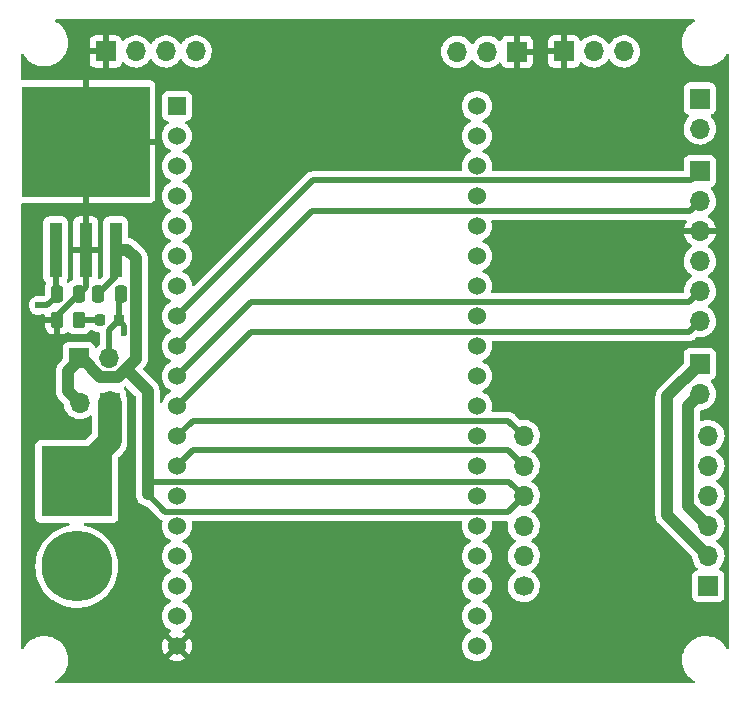
<source format=gbr>
%TF.GenerationSoftware,KiCad,Pcbnew,(6.0.9)*%
%TF.CreationDate,2023-05-11T13:54:46+10:00*%
%TF.ProjectId,Rescue Line,52657363-7565-4204-9c69-6e652e6b6963,rev?*%
%TF.SameCoordinates,Original*%
%TF.FileFunction,Copper,L1,Top*%
%TF.FilePolarity,Positive*%
%FSLAX46Y46*%
G04 Gerber Fmt 4.6, Leading zero omitted, Abs format (unit mm)*
G04 Created by KiCad (PCBNEW (6.0.9)) date 2023-05-11 13:54:46*
%MOMM*%
%LPD*%
G01*
G04 APERTURE LIST*
G04 Aperture macros list*
%AMRoundRect*
0 Rectangle with rounded corners*
0 $1 Rounding radius*
0 $2 $3 $4 $5 $6 $7 $8 $9 X,Y pos of 4 corners*
0 Add a 4 corners polygon primitive as box body*
4,1,4,$2,$3,$4,$5,$6,$7,$8,$9,$2,$3,0*
0 Add four circle primitives for the rounded corners*
1,1,$1+$1,$2,$3*
1,1,$1+$1,$4,$5*
1,1,$1+$1,$6,$7*
1,1,$1+$1,$8,$9*
0 Add four rect primitives between the rounded corners*
20,1,$1+$1,$2,$3,$4,$5,0*
20,1,$1+$1,$4,$5,$6,$7,0*
20,1,$1+$1,$6,$7,$8,$9,0*
20,1,$1+$1,$8,$9,$2,$3,0*%
G04 Aperture macros list end*
%TA.AperFunction,SMDPad,CuDef*%
%ADD10RoundRect,0.250000X0.250000X0.475000X-0.250000X0.475000X-0.250000X-0.475000X0.250000X-0.475000X0*%
%TD*%
%TA.AperFunction,ComponentPad*%
%ADD11R,1.700000X1.700000*%
%TD*%
%TA.AperFunction,ComponentPad*%
%ADD12O,1.700000X1.700000*%
%TD*%
%TA.AperFunction,ComponentPad*%
%ADD13R,1.530000X1.530000*%
%TD*%
%TA.AperFunction,ComponentPad*%
%ADD14C,1.530000*%
%TD*%
%TA.AperFunction,ComponentPad*%
%ADD15C,1.700000*%
%TD*%
%TA.AperFunction,ComponentPad*%
%ADD16C,6.000000*%
%TD*%
%TA.AperFunction,ComponentPad*%
%ADD17R,6.000000X6.000000*%
%TD*%
%TA.AperFunction,SMDPad,CuDef*%
%ADD18RoundRect,0.218750X0.218750X0.256250X-0.218750X0.256250X-0.218750X-0.256250X0.218750X-0.256250X0*%
%TD*%
%TA.AperFunction,SMDPad,CuDef*%
%ADD19RoundRect,0.250000X0.262500X0.450000X-0.262500X0.450000X-0.262500X-0.450000X0.262500X-0.450000X0*%
%TD*%
%TA.AperFunction,SMDPad,CuDef*%
%ADD20RoundRect,0.250000X-0.250000X-0.475000X0.250000X-0.475000X0.250000X0.475000X-0.250000X0.475000X0*%
%TD*%
%TA.AperFunction,SMDPad,CuDef*%
%ADD21R,1.100000X4.600000*%
%TD*%
%TA.AperFunction,SMDPad,CuDef*%
%ADD22R,10.800000X9.400000*%
%TD*%
%TA.AperFunction,ViaPad*%
%ADD23C,0.600000*%
%TD*%
%TA.AperFunction,ViaPad*%
%ADD24C,0.800000*%
%TD*%
%TA.AperFunction,Conductor*%
%ADD25C,1.000000*%
%TD*%
%TA.AperFunction,Conductor*%
%ADD26C,2.000000*%
%TD*%
%TA.AperFunction,Conductor*%
%ADD27C,0.500000*%
%TD*%
G04 APERTURE END LIST*
D10*
%TO.P,C2,1*%
%TO.N,+5V*%
X110950000Y-90750000D03*
%TO.P,C2,2*%
%TO.N,GND*%
X109050000Y-90750000D03*
%TD*%
D11*
%TO.P,J3,1,Pin_1*%
%TO.N,+5V*%
X148025000Y-70275000D03*
D12*
%TO.P,J3,2,Pin_2*%
%TO.N,GND*%
X145485000Y-70275000D03*
%TO.P,J3,3,Pin_3*%
%TO.N,/COLOUR2*%
X142945000Y-70275000D03*
%TD*%
D11*
%TO.P,J6,1,Pin_1*%
%TO.N,/MOT1A*%
X163500000Y-80380000D03*
D12*
%TO.P,J6,2,Pin_2*%
%TO.N,/MOT1B*%
X163500000Y-82920000D03*
%TO.P,J6,3,Pin_3*%
%TO.N,+5V*%
X163500000Y-85460000D03*
%TO.P,J6,4,Pin_4*%
%TO.N,GND*%
X163500000Y-88000000D03*
%TO.P,J6,5,Pin_5*%
%TO.N,/MOT2A*%
X163500000Y-90540000D03*
%TO.P,J6,6,Pin_6*%
%TO.N,/MOT2B*%
X163500000Y-93080000D03*
%TD*%
D13*
%TO.P,U2,1,3V3*%
%TO.N,+3.3V*%
X119225000Y-74870000D03*
D14*
%TO.P,U2,2,EN*%
%TO.N,unconnected-(U2-Pad2)*%
X119225000Y-77410000D03*
%TO.P,U2,3,SENSOR_VP*%
%TO.N,unconnected-(U2-Pad3)*%
X119225000Y-79950000D03*
%TO.P,U2,4,SENSOR_VN*%
%TO.N,unconnected-(U2-Pad4)*%
X119225000Y-82490000D03*
%TO.P,U2,5,IO34*%
%TO.N,unconnected-(U2-Pad5)*%
X119225000Y-85030000D03*
%TO.P,U2,6,IO35*%
%TO.N,/UECHO*%
X119225000Y-87570000D03*
%TO.P,U2,7,IO32*%
%TO.N,/UTRIG*%
X119225000Y-90110000D03*
%TO.P,U2,8,IO33*%
%TO.N,/MOT1A*%
X119225000Y-92650000D03*
%TO.P,U2,9,IO25*%
%TO.N,/MOT1B*%
X119225000Y-95190000D03*
%TO.P,U2,10,IO26*%
%TO.N,/MOT2A*%
X119225000Y-97730000D03*
%TO.P,U2,11,IO27*%
%TO.N,/MOT2B*%
X119225000Y-100270000D03*
%TO.P,U2,12,IO14*%
%TO.N,/MOT3A*%
X119225000Y-102810000D03*
%TO.P,U2,13,IO12*%
%TO.N,/MOT3B*%
X119225000Y-105350000D03*
%TO.P,U2,14,GND1*%
%TO.N,GND*%
X119225000Y-107890000D03*
%TO.P,U2,15,IO13*%
%TO.N,unconnected-(U2-Pad15)*%
X119225000Y-110430000D03*
%TO.P,U2,16,SD2*%
%TO.N,unconnected-(U2-Pad16)*%
X119225000Y-112970000D03*
%TO.P,U2,17,SD3*%
%TO.N,unconnected-(U2-Pad17)*%
X119225000Y-115510000D03*
%TO.P,U2,18,CMD*%
%TO.N,unconnected-(U2-Pad18)*%
X119225000Y-118050000D03*
%TO.P,U2,19,EXT_5V*%
%TO.N,+5V*%
X119225000Y-120590000D03*
%TO.P,U2,20,CLK*%
%TO.N,unconnected-(U2-Pad20)*%
X144625000Y-120590000D03*
%TO.P,U2,21,SD0*%
%TO.N,unconnected-(U2-Pad21)*%
X144625000Y-118050000D03*
%TO.P,U2,22,SD1*%
%TO.N,unconnected-(U2-Pad22)*%
X144625000Y-115510000D03*
%TO.P,U2,23,IO15*%
%TO.N,/COLOUR1*%
X144625000Y-112970000D03*
%TO.P,U2,24,IO2*%
%TO.N,/MSERVO*%
X144625000Y-110430000D03*
%TO.P,U2,25,IO0*%
%TO.N,unconnected-(U2-Pad25)*%
X144625000Y-107890000D03*
%TO.P,U2,26,IO4*%
%TO.N,unconnected-(U2-Pad26)*%
X144625000Y-105350000D03*
%TO.P,U2,27,IO16*%
%TO.N,unconnected-(U2-Pad27)*%
X144625000Y-102810000D03*
%TO.P,U2,28,IO17*%
%TO.N,unconnected-(U2-Pad28)*%
X144625000Y-100270000D03*
%TO.P,U2,29,IO5*%
%TO.N,unconnected-(U2-Pad29)*%
X144625000Y-97730000D03*
%TO.P,U2,30,IO18*%
%TO.N,unconnected-(U2-Pad30)*%
X144625000Y-95190000D03*
%TO.P,U2,31,IO19*%
%TO.N,unconnected-(U2-Pad31)*%
X144625000Y-92650000D03*
%TO.P,U2,32,GND2*%
%TO.N,GND*%
X144625000Y-90110000D03*
%TO.P,U2,33,IO21*%
%TO.N,unconnected-(U2-Pad33)*%
X144625000Y-87570000D03*
%TO.P,U2,34,RXD0*%
%TO.N,unconnected-(U2-Pad34)*%
X144625000Y-85030000D03*
%TO.P,U2,35,TXD0*%
%TO.N,unconnected-(U2-Pad35)*%
X144625000Y-82490000D03*
%TO.P,U2,36,IO22*%
%TO.N,unconnected-(U2-Pad36)*%
X144625000Y-79950000D03*
%TO.P,U2,37,IO23*%
%TO.N,/COLOUR2*%
X144625000Y-77410000D03*
%TO.P,U2,38,GND3*%
%TO.N,GND*%
X144625000Y-74870000D03*
%TD*%
D11*
%TO.P,J8,1,Pin_1*%
%TO.N,/MSERVO*%
X163500000Y-74230000D03*
D12*
%TO.P,J8,2,Pin_2*%
%TO.N,GND*%
X163500000Y-76770000D03*
%TD*%
%TO.P,U3,12,AIN1*%
%TO.N,/MOT3A*%
X148585000Y-102805000D03*
%TO.P,U3,11,AIN2*%
%TO.N,/MOT3B*%
X148585000Y-105345000D03*
%TO.P,U3,10,VM*%
%TO.N,+12V*%
X148585000Y-107885000D03*
%TO.P,U3,9,GND*%
%TO.N,GND*%
X148585000Y-110425000D03*
%TO.P,U3,8,BIN1*%
%TO.N,unconnected-(U3-Pad8)*%
X148585000Y-112965000D03*
D15*
%TO.P,U3,7,BIN2*%
%TO.N,unconnected-(U3-Pad7)*%
X148585000Y-115505000D03*
D12*
%TO.P,U3,6,nFAULT*%
%TO.N,unconnected-(U3-Pad6)*%
X164225000Y-102815000D03*
%TO.P,U3,5,BOUT2*%
%TO.N,unconnected-(U3-Pad5)*%
X164225000Y-105355000D03*
%TO.P,U3,4,BOUT1*%
%TO.N,unconnected-(U3-Pad4)*%
X164225000Y-107895000D03*
%TO.P,U3,3,AOUT2*%
%TO.N,Net-(J7-Pad2)*%
X164225000Y-110435000D03*
%TO.P,U3,2,AOUT1*%
%TO.N,Net-(J7-Pad1)*%
X164225000Y-112975000D03*
D11*
%TO.P,U3,1,nSLEEP*%
%TO.N,unconnected-(U3-Pad1)*%
X164225000Y-115515000D03*
%TD*%
D16*
%TO.P,J5,N,NEG*%
%TO.N,GND*%
X110750000Y-113850000D03*
D17*
%TO.P,J5,P,POS*%
%TO.N,Net-(J5-PadP)*%
X110750000Y-106650000D03*
%TD*%
D11*
%TO.P,J2,1,Pin_1*%
%TO.N,+5V*%
X152000000Y-70250000D03*
D12*
%TO.P,J2,2,Pin_2*%
%TO.N,GND*%
X154540000Y-70250000D03*
%TO.P,J2,3,Pin_3*%
%TO.N,/COLOUR1*%
X157080000Y-70250000D03*
%TD*%
D11*
%TO.P,J1,1,Pin_1*%
%TO.N,+12V*%
X110905000Y-96218500D03*
D12*
%TO.P,J1,2,Pin_2*%
%TO.N,GND*%
X113445000Y-96218500D03*
%TD*%
D18*
%TO.P,D2,1,K*%
%TO.N,GND*%
X114287500Y-93000000D03*
%TO.P,D2,2,A*%
%TO.N,Net-(D2-Pad2)*%
X112712500Y-93000000D03*
%TD*%
D19*
%TO.P,R2,1*%
%TO.N,Net-(D2-Pad2)*%
X110912500Y-93000000D03*
%TO.P,R2,2*%
%TO.N,+5V*%
X109087500Y-93000000D03*
%TD*%
D11*
%TO.P,J9,1,Pin_1*%
%TO.N,Net-(J5-PadP)*%
X113525000Y-100000000D03*
D12*
%TO.P,J9,2,Pin_2*%
%TO.N,+12V*%
X110985000Y-100000000D03*
%TD*%
D11*
%TO.P,J4,1,Pin_1*%
%TO.N,+5V*%
X113200000Y-70250000D03*
D12*
%TO.P,J4,2,Pin_2*%
%TO.N,/UTRIG*%
X115740000Y-70250000D03*
%TO.P,J4,3,Pin_3*%
%TO.N,/UECHO*%
X118280000Y-70250000D03*
%TO.P,J4,4,Pin_4*%
%TO.N,GND*%
X120820000Y-70250000D03*
%TD*%
D20*
%TO.P,C1,1*%
%TO.N,+12V*%
X112550000Y-90750000D03*
%TO.P,C1,2*%
%TO.N,GND*%
X114450000Y-90750000D03*
%TD*%
D21*
%TO.P,U1,1,GND*%
%TO.N,GND*%
X108960000Y-87025000D03*
%TO.P,U1,2,VO*%
%TO.N,+5V*%
X111500000Y-87025000D03*
D22*
X111500000Y-77875000D03*
D21*
%TO.P,U1,3,VI*%
%TO.N,+12V*%
X114040000Y-87025000D03*
%TD*%
D11*
%TO.P,J7,1,Pin_1*%
%TO.N,Net-(J7-Pad1)*%
X163500000Y-96705000D03*
D12*
%TO.P,J7,2,Pin_2*%
%TO.N,Net-(J7-Pad2)*%
X163500000Y-99245000D03*
%TD*%
D23*
%TO.N,GND*%
X114750500Y-94100500D03*
X107500000Y-91750000D03*
D24*
%TO.N,+5V*%
X161000000Y-79750000D03*
%TD*%
D25*
%TO.N,+12V*%
X115750000Y-87750000D02*
X115031511Y-87031511D01*
X115031511Y-87031511D02*
X114290000Y-87031511D01*
X115750000Y-96250000D02*
X115750000Y-87750000D01*
X114875000Y-97125000D02*
X115750000Y-96250000D01*
%TO.N,Net-(J7-Pad1)*%
X160750000Y-109500000D02*
X164225000Y-112975000D01*
X163500000Y-96705000D02*
X160750000Y-99455000D01*
X160750000Y-99455000D02*
X160750000Y-109500000D01*
%TO.N,Net-(J7-Pad2)*%
X162500000Y-108710000D02*
X164225000Y-110435000D01*
X163500000Y-99245000D02*
X162500000Y-100245000D01*
X162500000Y-100245000D02*
X162500000Y-108710000D01*
D26*
%TO.N,Net-(J5-PadP)*%
X112250000Y-104500000D02*
X113525000Y-103225000D01*
X112250000Y-106650000D02*
X112250000Y-104500000D01*
X113525000Y-103225000D02*
X113525000Y-100000000D01*
D25*
%TO.N,+12V*%
X111155000Y-96225011D02*
X112698489Y-97768500D01*
D27*
X114040000Y-87025000D02*
X114040000Y-89260000D01*
X114040000Y-89260000D02*
X112550000Y-90750000D01*
X147255000Y-109215000D02*
X148585000Y-107885000D01*
D25*
X114231500Y-97768500D02*
X114875000Y-97125000D01*
D27*
X147375000Y-106675000D02*
X116750000Y-106675000D01*
D25*
X110985000Y-100000000D02*
X110000000Y-99015000D01*
X116750000Y-99000000D02*
X114875000Y-97125000D01*
X110000000Y-97283500D02*
X110985000Y-96298500D01*
D27*
X148585000Y-107885000D02*
X147375000Y-106675000D01*
D25*
X110000000Y-99015000D02*
X110000000Y-97283500D01*
D27*
X110985000Y-96298500D02*
X110905000Y-96218500D01*
D25*
X112698489Y-97768500D02*
X114231500Y-97768500D01*
X116750000Y-107750000D02*
X116750000Y-99000000D01*
D27*
X118215000Y-109215000D02*
X147255000Y-109215000D01*
X116750000Y-107750000D02*
X118215000Y-109215000D01*
%TO.N,GND*%
X109050000Y-90950000D02*
X108250000Y-91750000D01*
X108960000Y-90660000D02*
X109050000Y-90750000D01*
X113445000Y-96218500D02*
X113445000Y-93842500D01*
X109050000Y-90750000D02*
X109050000Y-90950000D01*
X113445000Y-93842500D02*
X114287500Y-93000000D01*
X114287500Y-90912500D02*
X114450000Y-90750000D01*
X108250000Y-91750000D02*
X107500000Y-91750000D01*
X114750500Y-94100500D02*
X114750000Y-94100000D01*
X114750000Y-94100000D02*
X114750000Y-93462500D01*
X114750000Y-93462500D02*
X114287500Y-93000000D01*
X108960000Y-87025000D02*
X108960000Y-90660000D01*
X114287500Y-93000000D02*
X114287500Y-90912500D01*
%TO.N,+5V*%
X111500000Y-90200000D02*
X110950000Y-90750000D01*
X109087500Y-92612500D02*
X110950000Y-90750000D01*
X111500000Y-87025000D02*
X111500000Y-90200000D01*
X109087500Y-93000000D02*
X109087500Y-92612500D01*
%TO.N,Net-(D2-Pad2)*%
X112712500Y-93000000D02*
X110912500Y-93000000D01*
%TO.N,/MOT1A*%
X119225000Y-92650000D02*
X130710000Y-81165000D01*
X162715000Y-81165000D02*
X163500000Y-80380000D01*
X130710000Y-81165000D02*
X162715000Y-81165000D01*
%TO.N,/MOT1B*%
X130665000Y-83750000D02*
X162670000Y-83750000D01*
X119225000Y-95190000D02*
X130665000Y-83750000D01*
X162670000Y-83750000D02*
X163500000Y-82920000D01*
%TO.N,/MOT2A*%
X125520000Y-91435000D02*
X162605000Y-91435000D01*
X119225000Y-97730000D02*
X125520000Y-91435000D01*
X162605000Y-91435000D02*
X163500000Y-90540000D01*
%TO.N,/MOT2B*%
X145128270Y-93975000D02*
X145153270Y-94000000D01*
X125520000Y-93975000D02*
X145128270Y-93975000D01*
X145153270Y-94000000D02*
X162580000Y-94000000D01*
X119225000Y-100270000D02*
X125520000Y-93975000D01*
X162580000Y-94000000D02*
X163500000Y-93080000D01*
%TO.N,/MOT3A*%
X148585000Y-102835000D02*
X147250000Y-101500000D01*
X147250000Y-101500000D02*
X120565000Y-101500000D01*
X120565000Y-101500000D02*
X119225000Y-102840000D01*
%TO.N,/MOT3B*%
X147235000Y-104025000D02*
X120580000Y-104025000D01*
X148585000Y-105375000D02*
X147235000Y-104025000D01*
X120580000Y-104025000D02*
X119225000Y-105380000D01*
%TD*%
%TA.AperFunction,Conductor*%
%TO.N,+5V*%
G36*
X163028651Y-67528502D02*
G01*
X163075144Y-67582158D01*
X163085248Y-67652432D01*
X163055754Y-67717012D01*
X163025236Y-67742616D01*
X162854725Y-67844664D01*
X162854721Y-67844667D01*
X162851043Y-67846868D01*
X162637318Y-68018094D01*
X162448808Y-68216742D01*
X162289002Y-68439136D01*
X162160857Y-68681161D01*
X162159385Y-68685184D01*
X162159383Y-68685188D01*
X162073498Y-68919877D01*
X162066743Y-68938337D01*
X162008404Y-69205907D01*
X162008068Y-69210177D01*
X161989381Y-69447617D01*
X161986917Y-69478918D01*
X161987334Y-69486156D01*
X162002682Y-69752320D01*
X162055405Y-70021053D01*
X162056792Y-70025103D01*
X162056793Y-70025108D01*
X162142723Y-70276088D01*
X162144112Y-70280144D01*
X162173238Y-70338054D01*
X162257540Y-70505671D01*
X162267160Y-70524799D01*
X162269586Y-70528328D01*
X162269589Y-70528334D01*
X162358459Y-70657639D01*
X162422274Y-70750490D01*
X162425161Y-70753663D01*
X162425162Y-70753664D01*
X162556156Y-70897625D01*
X162606582Y-70953043D01*
X162609877Y-70955798D01*
X162609878Y-70955799D01*
X162636464Y-70978028D01*
X162816675Y-71128707D01*
X162820316Y-71130991D01*
X163045024Y-71271951D01*
X163045028Y-71271953D01*
X163048664Y-71274234D01*
X163116544Y-71304883D01*
X163294345Y-71385164D01*
X163294349Y-71385166D01*
X163298257Y-71386930D01*
X163314131Y-71391632D01*
X163556723Y-71463491D01*
X163556727Y-71463492D01*
X163560836Y-71464709D01*
X163565070Y-71465357D01*
X163565075Y-71465358D01*
X163827298Y-71505483D01*
X163827300Y-71505483D01*
X163831540Y-71506132D01*
X163970912Y-71508322D01*
X164101071Y-71510367D01*
X164101077Y-71510367D01*
X164105362Y-71510434D01*
X164377235Y-71477534D01*
X164642127Y-71408041D01*
X164646087Y-71406401D01*
X164646092Y-71406399D01*
X164811090Y-71338054D01*
X164895136Y-71303241D01*
X165131582Y-71165073D01*
X165347089Y-70996094D01*
X165364597Y-70978028D01*
X165534686Y-70802509D01*
X165537669Y-70799431D01*
X165540202Y-70795983D01*
X165540206Y-70795978D01*
X165697257Y-70582178D01*
X165699795Y-70578723D01*
X165708295Y-70563069D01*
X165754769Y-70477474D01*
X165804852Y-70427152D01*
X165874190Y-70411896D01*
X165940769Y-70436549D01*
X165983451Y-70493283D01*
X165991500Y-70537596D01*
X165991500Y-120710393D01*
X165971498Y-120778514D01*
X165917842Y-120825007D01*
X165847568Y-120835111D01*
X165782988Y-120805617D01*
X165753534Y-120768183D01*
X165723978Y-120710919D01*
X165723978Y-120710918D01*
X165722013Y-120707112D01*
X165712040Y-120692921D01*
X165567008Y-120486562D01*
X165564545Y-120483057D01*
X165457641Y-120368014D01*
X165381046Y-120285588D01*
X165381043Y-120285585D01*
X165378125Y-120282445D01*
X165374810Y-120279731D01*
X165374806Y-120279728D01*
X165219697Y-120152773D01*
X165166205Y-120108990D01*
X164932704Y-119965901D01*
X164928768Y-119964173D01*
X164685873Y-119857549D01*
X164685869Y-119857548D01*
X164681945Y-119855825D01*
X164418566Y-119780800D01*
X164414324Y-119780196D01*
X164414318Y-119780195D01*
X164213834Y-119751662D01*
X164147443Y-119742213D01*
X164003589Y-119741460D01*
X163877877Y-119740802D01*
X163877871Y-119740802D01*
X163873591Y-119740780D01*
X163869347Y-119741339D01*
X163869343Y-119741339D01*
X163750302Y-119757011D01*
X163602078Y-119776525D01*
X163597938Y-119777658D01*
X163597936Y-119777658D01*
X163525008Y-119797609D01*
X163337928Y-119848788D01*
X163333980Y-119850472D01*
X163089982Y-119954546D01*
X163089978Y-119954548D01*
X163086030Y-119956232D01*
X163066125Y-119968145D01*
X162854725Y-120094664D01*
X162854721Y-120094667D01*
X162851043Y-120096868D01*
X162637318Y-120268094D01*
X162448808Y-120466742D01*
X162289002Y-120689136D01*
X162160857Y-120931161D01*
X162159385Y-120935184D01*
X162159383Y-120935188D01*
X162116872Y-121051355D01*
X162066743Y-121188337D01*
X162008404Y-121455907D01*
X161986917Y-121728918D01*
X161987334Y-121736156D01*
X162002682Y-122002320D01*
X162055405Y-122271053D01*
X162056792Y-122275103D01*
X162056793Y-122275108D01*
X162142723Y-122526088D01*
X162144112Y-122530144D01*
X162173238Y-122588054D01*
X162242837Y-122726437D01*
X162267160Y-122774799D01*
X162269586Y-122778328D01*
X162269589Y-122778334D01*
X162419843Y-122996953D01*
X162422274Y-123000490D01*
X162606582Y-123203043D01*
X162816675Y-123378707D01*
X162820316Y-123380991D01*
X163024001Y-123508763D01*
X163071079Y-123561906D01*
X163081951Y-123632065D01*
X163053167Y-123696965D01*
X162993864Y-123736000D01*
X162957045Y-123741500D01*
X109038332Y-123741500D01*
X108970211Y-123721498D01*
X108923718Y-123667842D01*
X108913614Y-123597568D01*
X108943108Y-123532988D01*
X108974761Y-123506712D01*
X109127879Y-123417237D01*
X109127880Y-123417236D01*
X109131582Y-123415073D01*
X109347089Y-123246094D01*
X109388809Y-123203043D01*
X109534686Y-123052509D01*
X109537669Y-123049431D01*
X109540202Y-123045983D01*
X109540206Y-123045978D01*
X109697257Y-122832178D01*
X109699795Y-122828723D01*
X109727154Y-122778334D01*
X109828418Y-122591830D01*
X109828419Y-122591828D01*
X109830468Y-122588054D01*
X109927269Y-122331877D01*
X109968173Y-122153279D01*
X109987449Y-122069117D01*
X109987450Y-122069113D01*
X109988407Y-122064933D01*
X109991349Y-122031975D01*
X110012531Y-121794627D01*
X110012531Y-121794625D01*
X110012751Y-121792161D01*
X110013193Y-121750000D01*
X110009342Y-121693512D01*
X110006439Y-121650932D01*
X118528623Y-121650932D01*
X118537916Y-121662945D01*
X118581569Y-121693512D01*
X118591047Y-121698984D01*
X118782962Y-121788475D01*
X118793255Y-121792221D01*
X118997786Y-121847025D01*
X119008581Y-121848928D01*
X119219525Y-121867384D01*
X119230475Y-121867384D01*
X119441419Y-121848928D01*
X119452214Y-121847025D01*
X119656745Y-121792221D01*
X119667038Y-121788475D01*
X119858953Y-121698984D01*
X119868431Y-121693512D01*
X119912920Y-121662359D01*
X119921294Y-121651883D01*
X119914226Y-121638436D01*
X119237812Y-120962022D01*
X119223868Y-120954408D01*
X119222035Y-120954539D01*
X119215420Y-120958790D01*
X118535053Y-121639157D01*
X118528623Y-121650932D01*
X110006439Y-121650932D01*
X109994859Y-121481055D01*
X109994858Y-121481049D01*
X109994567Y-121476778D01*
X109981901Y-121415614D01*
X109939901Y-121212809D01*
X109939032Y-121208612D01*
X109847617Y-120950465D01*
X109722013Y-120707112D01*
X109712040Y-120692921D01*
X109643554Y-120595475D01*
X117947616Y-120595475D01*
X117966072Y-120806419D01*
X117967975Y-120817214D01*
X118022779Y-121021745D01*
X118026525Y-121032037D01*
X118116012Y-121223944D01*
X118121495Y-121233439D01*
X118152640Y-121277919D01*
X118163117Y-121286294D01*
X118176564Y-121279226D01*
X118852978Y-120602812D01*
X118859356Y-120591132D01*
X119589408Y-120591132D01*
X119589539Y-120592965D01*
X119593790Y-120599580D01*
X120274157Y-121279947D01*
X120285932Y-121286377D01*
X120297947Y-121277081D01*
X120328505Y-121233439D01*
X120333988Y-121223944D01*
X120423475Y-121032037D01*
X120427221Y-121021745D01*
X120482025Y-120817214D01*
X120483928Y-120806419D01*
X120502384Y-120595475D01*
X120502384Y-120584525D01*
X120483928Y-120373581D01*
X120482025Y-120362786D01*
X120427221Y-120158255D01*
X120423475Y-120147963D01*
X120333988Y-119956056D01*
X120328505Y-119946561D01*
X120297360Y-119902081D01*
X120286883Y-119893706D01*
X120273436Y-119900774D01*
X119597022Y-120577188D01*
X119589408Y-120591132D01*
X118859356Y-120591132D01*
X118860592Y-120588868D01*
X118860461Y-120587035D01*
X118856210Y-120580420D01*
X118175843Y-119900053D01*
X118164068Y-119893623D01*
X118152053Y-119902919D01*
X118121495Y-119946561D01*
X118116012Y-119956056D01*
X118026525Y-120147963D01*
X118022779Y-120158255D01*
X117967975Y-120362786D01*
X117966072Y-120373581D01*
X117947616Y-120584525D01*
X117947616Y-120595475D01*
X109643554Y-120595475D01*
X109567008Y-120486562D01*
X109564545Y-120483057D01*
X109457641Y-120368014D01*
X109381046Y-120285588D01*
X109381043Y-120285585D01*
X109378125Y-120282445D01*
X109374810Y-120279731D01*
X109374806Y-120279728D01*
X109219697Y-120152773D01*
X109166205Y-120108990D01*
X108932704Y-119965901D01*
X108928768Y-119964173D01*
X108685873Y-119857549D01*
X108685869Y-119857548D01*
X108681945Y-119855825D01*
X108418566Y-119780800D01*
X108414324Y-119780196D01*
X108414318Y-119780195D01*
X108213834Y-119751662D01*
X108147443Y-119742213D01*
X108003589Y-119741460D01*
X107877877Y-119740802D01*
X107877871Y-119740802D01*
X107873591Y-119740780D01*
X107869347Y-119741339D01*
X107869343Y-119741339D01*
X107750302Y-119757011D01*
X107602078Y-119776525D01*
X107597938Y-119777658D01*
X107597936Y-119777658D01*
X107525008Y-119797609D01*
X107337928Y-119848788D01*
X107333980Y-119850472D01*
X107089982Y-119954546D01*
X107089978Y-119954548D01*
X107086030Y-119956232D01*
X107066125Y-119968145D01*
X106854725Y-120094664D01*
X106854721Y-120094667D01*
X106851043Y-120096868D01*
X106637318Y-120268094D01*
X106448808Y-120466742D01*
X106289002Y-120689136D01*
X106286998Y-120692921D01*
X106245855Y-120770627D01*
X106196302Y-120821470D01*
X106127128Y-120837452D01*
X106060294Y-120813498D01*
X106017020Y-120757214D01*
X106008500Y-120711668D01*
X106008500Y-93497095D01*
X108067001Y-93497095D01*
X108067338Y-93503614D01*
X108077257Y-93599206D01*
X108080149Y-93612600D01*
X108131588Y-93766784D01*
X108137761Y-93779962D01*
X108223063Y-93917807D01*
X108232099Y-93929208D01*
X108346829Y-94043739D01*
X108358240Y-94052751D01*
X108496243Y-94137816D01*
X108509424Y-94143963D01*
X108663710Y-94195138D01*
X108677086Y-94198005D01*
X108771438Y-94207672D01*
X108777854Y-94208000D01*
X108815385Y-94208000D01*
X108830624Y-94203525D01*
X108831829Y-94202135D01*
X108833500Y-94194452D01*
X108833500Y-93272115D01*
X108829025Y-93256876D01*
X108827635Y-93255671D01*
X108819952Y-93254000D01*
X108085116Y-93254000D01*
X108069877Y-93258475D01*
X108068672Y-93259865D01*
X108067001Y-93267548D01*
X108067001Y-93497095D01*
X106008500Y-93497095D01*
X106008500Y-91738640D01*
X106686463Y-91738640D01*
X106704163Y-91919160D01*
X106761418Y-92091273D01*
X106765065Y-92097295D01*
X106765066Y-92097297D01*
X106845679Y-92230405D01*
X106855380Y-92246424D01*
X106860269Y-92251487D01*
X106860270Y-92251488D01*
X106863683Y-92255022D01*
X106981382Y-92376902D01*
X106987278Y-92380760D01*
X107078708Y-92440590D01*
X107133159Y-92476222D01*
X107139763Y-92478678D01*
X107139765Y-92478679D01*
X107296558Y-92536990D01*
X107296560Y-92536990D01*
X107303168Y-92539448D01*
X107386995Y-92550633D01*
X107475980Y-92562507D01*
X107475984Y-92562507D01*
X107482961Y-92563438D01*
X107489972Y-92562800D01*
X107489976Y-92562800D01*
X107632459Y-92549832D01*
X107663600Y-92546998D01*
X107670302Y-92544820D01*
X107670304Y-92544820D01*
X107763105Y-92514667D01*
X107802041Y-92508500D01*
X107941000Y-92508500D01*
X108009121Y-92528502D01*
X108055614Y-92582158D01*
X108067000Y-92634500D01*
X108067000Y-92727885D01*
X108071475Y-92743124D01*
X108072865Y-92744329D01*
X108080548Y-92746000D01*
X109215500Y-92746000D01*
X109283621Y-92766002D01*
X109330114Y-92819658D01*
X109341500Y-92872000D01*
X109341500Y-94189884D01*
X109345975Y-94205123D01*
X109347365Y-94206328D01*
X109355048Y-94207999D01*
X109397095Y-94207999D01*
X109403614Y-94207662D01*
X109499206Y-94197743D01*
X109512600Y-94194851D01*
X109666784Y-94143412D01*
X109679962Y-94137239D01*
X109817807Y-94051937D01*
X109829208Y-94042901D01*
X109910430Y-93961538D01*
X109972713Y-93927459D01*
X110043533Y-93932462D01*
X110088620Y-93961383D01*
X110171512Y-94044130D01*
X110171517Y-94044134D01*
X110176697Y-94049305D01*
X110182927Y-94053145D01*
X110182928Y-94053146D01*
X110320288Y-94137816D01*
X110327262Y-94142115D01*
X110407005Y-94168564D01*
X110488611Y-94195632D01*
X110488613Y-94195632D01*
X110495139Y-94197797D01*
X110501975Y-94198497D01*
X110501978Y-94198498D01*
X110545031Y-94202909D01*
X110599600Y-94208500D01*
X111225400Y-94208500D01*
X111228646Y-94208163D01*
X111228650Y-94208163D01*
X111324308Y-94198238D01*
X111324312Y-94198237D01*
X111331166Y-94197526D01*
X111337702Y-94195345D01*
X111337704Y-94195345D01*
X111469806Y-94151272D01*
X111498946Y-94141550D01*
X111649348Y-94048478D01*
X111774305Y-93923303D01*
X111827204Y-93837485D01*
X111879976Y-93789992D01*
X111950048Y-93778568D01*
X112015172Y-93806842D01*
X112023481Y-93814427D01*
X112039947Y-93830864D01*
X112184308Y-93919849D01*
X112191256Y-93922154D01*
X112191257Y-93922154D01*
X112338738Y-93971072D01*
X112338740Y-93971072D01*
X112345269Y-93973238D01*
X112445428Y-93983500D01*
X112560500Y-93983500D01*
X112628621Y-94003502D01*
X112675114Y-94057158D01*
X112686500Y-94109500D01*
X112686500Y-95026155D01*
X112666498Y-95094276D01*
X112636153Y-95126915D01*
X112544100Y-95196030D01*
X112539965Y-95199135D01*
X112483537Y-95258184D01*
X112459283Y-95283564D01*
X112397759Y-95318994D01*
X112326846Y-95315537D01*
X112269060Y-95274291D01*
X112250207Y-95240743D01*
X112208767Y-95130203D01*
X112205615Y-95121795D01*
X112118261Y-95005239D01*
X112001705Y-94917885D01*
X111865316Y-94866755D01*
X111803134Y-94860000D01*
X110006866Y-94860000D01*
X109944684Y-94866755D01*
X109808295Y-94917885D01*
X109691739Y-95005239D01*
X109604385Y-95121795D01*
X109553255Y-95258184D01*
X109546500Y-95320366D01*
X109546500Y-96258576D01*
X109526498Y-96326697D01*
X109509595Y-96347671D01*
X109330621Y-96526645D01*
X109320478Y-96535747D01*
X109290975Y-96559468D01*
X109287008Y-96564196D01*
X109258709Y-96597921D01*
X109255528Y-96601569D01*
X109253885Y-96603381D01*
X109251691Y-96605575D01*
X109224358Y-96638849D01*
X109223696Y-96639647D01*
X109163846Y-96710974D01*
X109161278Y-96715644D01*
X109157897Y-96719761D01*
X109151725Y-96731272D01*
X109114023Y-96801586D01*
X109113394Y-96802745D01*
X109071538Y-96878881D01*
X109071535Y-96878889D01*
X109068567Y-96884287D01*
X109066955Y-96889369D01*
X109064438Y-96894063D01*
X109037238Y-96983031D01*
X109036918Y-96984059D01*
X109008765Y-97072806D01*
X109008171Y-97078102D01*
X109006613Y-97083198D01*
X109005333Y-97095805D01*
X108997218Y-97175687D01*
X108997089Y-97176893D01*
X108991500Y-97226727D01*
X108991500Y-97230254D01*
X108991445Y-97231239D01*
X108990998Y-97236919D01*
X108986626Y-97279962D01*
X108987206Y-97286093D01*
X108990941Y-97325609D01*
X108991500Y-97337467D01*
X108991500Y-98953157D01*
X108990763Y-98966764D01*
X108988354Y-98988944D01*
X108986676Y-99004388D01*
X108988700Y-99027522D01*
X108991050Y-99054388D01*
X108991379Y-99059214D01*
X108991500Y-99061686D01*
X108991500Y-99064769D01*
X108991911Y-99068959D01*
X108995690Y-99107506D01*
X108995812Y-99108819D01*
X108999685Y-99153084D01*
X109003913Y-99201413D01*
X109005400Y-99206532D01*
X109005920Y-99211833D01*
X109032791Y-99300834D01*
X109033126Y-99301967D01*
X109050924Y-99363224D01*
X109059091Y-99391336D01*
X109061544Y-99396068D01*
X109063084Y-99401169D01*
X109065978Y-99406612D01*
X109106731Y-99483260D01*
X109107343Y-99484426D01*
X109129520Y-99527208D01*
X109150108Y-99566926D01*
X109153431Y-99571089D01*
X109155934Y-99575796D01*
X109214755Y-99647918D01*
X109215446Y-99648774D01*
X109246738Y-99687973D01*
X109249242Y-99690477D01*
X109249884Y-99691195D01*
X109253585Y-99695528D01*
X109280935Y-99729062D01*
X109285682Y-99732989D01*
X109285684Y-99732991D01*
X109316262Y-99758287D01*
X109325042Y-99766277D01*
X109594239Y-100035474D01*
X109628265Y-100097786D01*
X109630935Y-100117315D01*
X109631790Y-100132137D01*
X109635110Y-100189715D01*
X109636247Y-100194761D01*
X109636248Y-100194767D01*
X109651969Y-100264525D01*
X109684222Y-100407639D01*
X109718472Y-100491986D01*
X109761344Y-100597568D01*
X109768266Y-100614616D01*
X109795810Y-100659564D01*
X109870255Y-100781047D01*
X109884987Y-100805088D01*
X110031250Y-100973938D01*
X110203126Y-101116632D01*
X110396000Y-101229338D01*
X110604692Y-101309030D01*
X110609760Y-101310061D01*
X110609763Y-101310062D01*
X110717017Y-101331883D01*
X110823597Y-101353567D01*
X110828772Y-101353757D01*
X110828774Y-101353757D01*
X111041673Y-101361564D01*
X111041677Y-101361564D01*
X111046837Y-101361753D01*
X111051957Y-101361097D01*
X111051959Y-101361097D01*
X111263288Y-101334025D01*
X111263289Y-101334025D01*
X111268416Y-101333368D01*
X111273366Y-101331883D01*
X111477429Y-101270661D01*
X111477434Y-101270659D01*
X111482384Y-101269174D01*
X111682994Y-101170896D01*
X111687199Y-101167896D01*
X111687205Y-101167893D01*
X111788536Y-101095614D01*
X111817333Y-101075074D01*
X111884405Y-101051801D01*
X111953414Y-101068484D01*
X112002448Y-101119828D01*
X112016500Y-101177653D01*
X112016500Y-102547969D01*
X111996498Y-102616090D01*
X111979595Y-102637064D01*
X111512064Y-103104595D01*
X111449752Y-103138621D01*
X111422969Y-103141500D01*
X107701866Y-103141500D01*
X107639684Y-103148255D01*
X107503295Y-103199385D01*
X107386739Y-103286739D01*
X107299385Y-103403295D01*
X107248255Y-103539684D01*
X107241500Y-103601866D01*
X107241500Y-109698134D01*
X107248255Y-109760316D01*
X107299385Y-109896705D01*
X107386739Y-110013261D01*
X107503295Y-110100615D01*
X107639684Y-110151745D01*
X107701866Y-110158500D01*
X110028305Y-110158500D01*
X110096426Y-110178502D01*
X110142919Y-110232158D01*
X110153023Y-110302432D01*
X110123529Y-110367012D01*
X110063803Y-110405396D01*
X110048016Y-110408949D01*
X110019541Y-110413459D01*
X109664326Y-110508639D01*
X109321006Y-110640427D01*
X109318066Y-110641925D01*
X108996284Y-110805881D01*
X108996277Y-110805885D01*
X108993343Y-110807380D01*
X108990577Y-110809176D01*
X108990574Y-110809178D01*
X108817063Y-110921857D01*
X108684925Y-111007668D01*
X108399133Y-111239098D01*
X108139098Y-111499133D01*
X107907668Y-111784925D01*
X107707380Y-112093343D01*
X107705885Y-112096277D01*
X107705881Y-112096284D01*
X107677088Y-112152794D01*
X107540427Y-112421006D01*
X107494473Y-112540720D01*
X107414901Y-112748014D01*
X107408639Y-112764326D01*
X107313459Y-113119541D01*
X107289942Y-113268023D01*
X107257658Y-113471857D01*
X107255931Y-113482759D01*
X107236685Y-113850000D01*
X107255931Y-114217241D01*
X107256444Y-114220481D01*
X107256445Y-114220489D01*
X107270887Y-114311669D01*
X107313459Y-114580459D01*
X107408639Y-114935674D01*
X107540427Y-115278994D01*
X107541925Y-115281934D01*
X107687806Y-115568240D01*
X107707380Y-115606657D01*
X107907668Y-115915075D01*
X108139098Y-116200867D01*
X108399133Y-116460902D01*
X108684925Y-116692332D01*
X108714087Y-116711270D01*
X108963900Y-116873500D01*
X108993342Y-116892620D01*
X108996276Y-116894115D01*
X108996283Y-116894119D01*
X109318066Y-117058075D01*
X109321006Y-117059573D01*
X109664326Y-117191361D01*
X110019541Y-117286541D01*
X110212558Y-117317112D01*
X110379511Y-117343555D01*
X110379519Y-117343556D01*
X110382759Y-117344069D01*
X110750000Y-117363315D01*
X111117241Y-117344069D01*
X111120481Y-117343556D01*
X111120489Y-117343555D01*
X111287442Y-117317112D01*
X111480459Y-117286541D01*
X111835674Y-117191361D01*
X112178994Y-117059573D01*
X112181934Y-117058075D01*
X112503717Y-116894119D01*
X112503724Y-116894115D01*
X112506658Y-116892620D01*
X112536101Y-116873500D01*
X112785913Y-116711270D01*
X112815075Y-116692332D01*
X113100867Y-116460902D01*
X113360902Y-116200867D01*
X113592332Y-115915075D01*
X113792620Y-115606657D01*
X113812195Y-115568240D01*
X113958075Y-115281934D01*
X113959573Y-115278994D01*
X114091361Y-114935674D01*
X114186541Y-114580459D01*
X114229113Y-114311669D01*
X114243555Y-114220489D01*
X114243556Y-114220481D01*
X114244069Y-114217241D01*
X114263315Y-113850000D01*
X114244069Y-113482759D01*
X114242343Y-113471857D01*
X114210058Y-113268023D01*
X114186541Y-113119541D01*
X114091361Y-112764326D01*
X114085100Y-112748014D01*
X114005527Y-112540720D01*
X113959573Y-112421006D01*
X113822912Y-112152794D01*
X113794119Y-112096284D01*
X113794115Y-112096277D01*
X113792620Y-112093343D01*
X113592332Y-111784925D01*
X113360902Y-111499133D01*
X113100867Y-111239098D01*
X112815075Y-111007668D01*
X112606486Y-110872209D01*
X112509427Y-110809178D01*
X112509424Y-110809176D01*
X112506658Y-110807380D01*
X112503724Y-110805885D01*
X112503717Y-110805881D01*
X112181934Y-110641925D01*
X112178994Y-110640427D01*
X111835674Y-110508639D01*
X111480459Y-110413459D01*
X111451984Y-110408949D01*
X111387831Y-110378536D01*
X111350304Y-110318268D01*
X111351318Y-110247279D01*
X111390551Y-110188107D01*
X111455546Y-110159539D01*
X111471695Y-110158500D01*
X113798134Y-110158500D01*
X113860316Y-110151745D01*
X113996705Y-110100615D01*
X114113261Y-110013261D01*
X114200615Y-109896705D01*
X114251745Y-109760316D01*
X114258500Y-109698134D01*
X114258500Y-104677032D01*
X114278502Y-104608911D01*
X114295405Y-104587937D01*
X114574684Y-104308658D01*
X114577206Y-104306204D01*
X114579820Y-104303732D01*
X114649681Y-104237668D01*
X114671143Y-104209598D01*
X114697412Y-104175239D01*
X114701554Y-104170107D01*
X114749187Y-104114138D01*
X114749189Y-104114135D01*
X114752470Y-104110280D01*
X114755090Y-104105954D01*
X114755095Y-104105947D01*
X114769491Y-104082176D01*
X114777163Y-104070929D01*
X114797120Y-104044826D01*
X114834247Y-103975584D01*
X114837510Y-103969863D01*
X114875602Y-103906966D01*
X114875603Y-103906965D01*
X114878220Y-103902643D01*
X114890534Y-103872166D01*
X114896303Y-103859850D01*
X114911831Y-103830891D01*
X114937423Y-103756567D01*
X114939718Y-103750429D01*
X114967258Y-103682267D01*
X114967259Y-103682263D01*
X114969155Y-103677571D01*
X114976432Y-103645539D01*
X114980163Y-103632441D01*
X114990862Y-103601369D01*
X115004243Y-103523900D01*
X115005526Y-103517482D01*
X115008946Y-103502432D01*
X115022935Y-103440856D01*
X115024999Y-103408047D01*
X115026585Y-103394547D01*
X115032179Y-103362164D01*
X115033500Y-103333075D01*
X115033500Y-103276893D01*
X115033749Y-103268981D01*
X115037181Y-103214442D01*
X115038178Y-103198588D01*
X115034101Y-103157009D01*
X115033500Y-103144713D01*
X115033500Y-99938999D01*
X115033298Y-99936486D01*
X115019346Y-99763076D01*
X115019345Y-99763071D01*
X115018940Y-99758035D01*
X115017324Y-99751453D01*
X114962244Y-99527208D01*
X114961037Y-99522294D01*
X114907702Y-99396643D01*
X114893516Y-99363224D01*
X114883500Y-99313992D01*
X114883500Y-99101866D01*
X114876745Y-99039684D01*
X114825615Y-98903295D01*
X114817544Y-98892525D01*
X114748642Y-98800590D01*
X114723794Y-98734084D01*
X114738847Y-98664701D01*
X114780161Y-98620084D01*
X114783426Y-98618392D01*
X114787589Y-98615069D01*
X114792296Y-98612566D01*
X114793611Y-98611493D01*
X114794969Y-98613585D01*
X114849370Y-98591346D01*
X114919180Y-98604275D01*
X114951354Y-98627589D01*
X115704595Y-99380829D01*
X115738620Y-99443142D01*
X115741500Y-99469925D01*
X115741500Y-107799769D01*
X115755920Y-107946833D01*
X115813084Y-108136169D01*
X115905934Y-108310796D01*
X115971716Y-108391453D01*
X116027040Y-108459287D01*
X116027043Y-108459290D01*
X116030935Y-108464062D01*
X116035682Y-108467989D01*
X116035684Y-108467991D01*
X116178575Y-108586201D01*
X116178579Y-108586203D01*
X116183325Y-108590130D01*
X116357299Y-108684198D01*
X116546232Y-108742682D01*
X116552354Y-108743325D01*
X116552357Y-108743326D01*
X116597122Y-108748031D01*
X116640164Y-108752554D01*
X116705820Y-108779567D01*
X116716088Y-108788769D01*
X117631230Y-109703911D01*
X117643616Y-109718323D01*
X117652149Y-109729918D01*
X117652154Y-109729923D01*
X117656492Y-109735818D01*
X117662070Y-109740557D01*
X117662073Y-109740560D01*
X117696768Y-109770035D01*
X117704284Y-109776965D01*
X117709979Y-109782660D01*
X117714823Y-109786492D01*
X117732251Y-109800281D01*
X117735655Y-109803072D01*
X117785703Y-109845591D01*
X117791285Y-109850333D01*
X117797801Y-109853661D01*
X117802850Y-109857028D01*
X117807979Y-109860195D01*
X117813716Y-109864734D01*
X117879875Y-109895655D01*
X117883769Y-109897558D01*
X117938538Y-109925525D01*
X117990110Y-109974318D01*
X118007116Y-110043247D01*
X118002944Y-110070348D01*
X117966056Y-110208014D01*
X117946635Y-110430000D01*
X117966056Y-110651986D01*
X117967480Y-110657299D01*
X118015745Y-110837425D01*
X118023730Y-110867227D01*
X118026052Y-110872208D01*
X118026053Y-110872209D01*
X118115577Y-111064195D01*
X118115580Y-111064200D01*
X118117903Y-111069182D01*
X118245716Y-111251717D01*
X118403283Y-111409284D01*
X118585817Y-111537097D01*
X118590802Y-111539421D01*
X118590808Y-111539425D01*
X118690272Y-111585805D01*
X118743558Y-111632722D01*
X118763019Y-111700999D01*
X118742478Y-111768959D01*
X118690273Y-111814195D01*
X118590805Y-111860577D01*
X118590800Y-111860580D01*
X118585818Y-111862903D01*
X118483608Y-111934472D01*
X118425945Y-111974848D01*
X118403283Y-111990716D01*
X118245716Y-112148283D01*
X118117903Y-112330818D01*
X118115580Y-112335800D01*
X118115577Y-112335805D01*
X118074409Y-112424091D01*
X118023730Y-112532773D01*
X118022308Y-112538081D01*
X118022307Y-112538083D01*
X118004520Y-112604465D01*
X117966056Y-112748014D01*
X117946635Y-112970000D01*
X117966056Y-113191986D01*
X117967480Y-113197299D01*
X118017142Y-113382639D01*
X118023730Y-113407227D01*
X118026052Y-113412208D01*
X118026053Y-113412209D01*
X118115577Y-113604195D01*
X118115580Y-113604200D01*
X118117903Y-113609182D01*
X118245716Y-113791717D01*
X118403283Y-113949284D01*
X118585817Y-114077097D01*
X118590802Y-114079421D01*
X118590808Y-114079425D01*
X118690272Y-114125805D01*
X118743558Y-114172722D01*
X118763019Y-114240999D01*
X118742478Y-114308959D01*
X118690273Y-114354195D01*
X118590805Y-114400577D01*
X118590800Y-114400580D01*
X118585818Y-114402903D01*
X118483608Y-114474472D01*
X118430198Y-114511870D01*
X118403283Y-114530716D01*
X118245716Y-114688283D01*
X118117903Y-114870818D01*
X118115580Y-114875800D01*
X118115577Y-114875805D01*
X118089149Y-114932481D01*
X118023730Y-115072773D01*
X117966056Y-115288014D01*
X117946635Y-115510000D01*
X117966056Y-115731986D01*
X117967480Y-115737299D01*
X118015745Y-115917425D01*
X118023730Y-115947227D01*
X118026052Y-115952208D01*
X118026053Y-115952209D01*
X118115577Y-116144195D01*
X118115580Y-116144200D01*
X118117903Y-116149182D01*
X118245716Y-116331717D01*
X118403283Y-116489284D01*
X118585817Y-116617097D01*
X118590802Y-116619421D01*
X118590808Y-116619425D01*
X118690272Y-116665805D01*
X118743558Y-116712722D01*
X118763019Y-116780999D01*
X118742478Y-116848959D01*
X118690273Y-116894195D01*
X118590805Y-116940577D01*
X118590800Y-116940580D01*
X118585818Y-116942903D01*
X118483608Y-117014472D01*
X118417506Y-117060757D01*
X118403283Y-117070716D01*
X118245716Y-117228283D01*
X118117903Y-117410818D01*
X118115580Y-117415800D01*
X118115577Y-117415805D01*
X118026053Y-117607791D01*
X118023730Y-117612773D01*
X117966056Y-117828014D01*
X117946635Y-118050000D01*
X117966056Y-118271986D01*
X118023730Y-118487227D01*
X118026052Y-118492208D01*
X118026053Y-118492209D01*
X118115577Y-118684195D01*
X118115580Y-118684200D01*
X118117903Y-118689182D01*
X118245716Y-118871717D01*
X118403283Y-119029284D01*
X118585817Y-119157097D01*
X118590802Y-119159421D01*
X118590808Y-119159425D01*
X118690864Y-119206081D01*
X118744150Y-119252998D01*
X118763611Y-119321275D01*
X118743070Y-119389235D01*
X118690865Y-119434471D01*
X118591056Y-119481012D01*
X118581561Y-119486495D01*
X118537081Y-119517640D01*
X118528706Y-119528117D01*
X118535774Y-119541564D01*
X119212188Y-120217978D01*
X119226132Y-120225592D01*
X119227965Y-120225461D01*
X119234580Y-120221210D01*
X119914947Y-119540843D01*
X119921377Y-119529068D01*
X119912084Y-119517055D01*
X119868431Y-119486488D01*
X119858953Y-119481016D01*
X119759136Y-119434471D01*
X119705851Y-119387554D01*
X119686390Y-119319277D01*
X119706932Y-119251317D01*
X119759136Y-119206081D01*
X119859196Y-119159423D01*
X119859201Y-119159420D01*
X119864183Y-119157097D01*
X120046717Y-119029284D01*
X120204284Y-118871717D01*
X120332097Y-118689182D01*
X120334420Y-118684200D01*
X120334423Y-118684195D01*
X120423947Y-118492209D01*
X120423948Y-118492208D01*
X120426270Y-118487227D01*
X120483944Y-118271986D01*
X120503365Y-118050000D01*
X120483944Y-117828014D01*
X120426270Y-117612773D01*
X120423947Y-117607791D01*
X120334423Y-117415805D01*
X120334420Y-117415800D01*
X120332097Y-117410818D01*
X120204284Y-117228283D01*
X120046717Y-117070716D01*
X120032495Y-117060757D01*
X119966890Y-117014820D01*
X119864183Y-116942903D01*
X119859201Y-116940580D01*
X119859196Y-116940577D01*
X119759728Y-116894195D01*
X119706443Y-116847278D01*
X119686982Y-116779001D01*
X119707524Y-116711041D01*
X119759728Y-116665805D01*
X119859196Y-116619423D01*
X119859201Y-116619420D01*
X119864183Y-116617097D01*
X120046717Y-116489284D01*
X120204284Y-116331717D01*
X120332097Y-116149182D01*
X120334420Y-116144200D01*
X120334423Y-116144195D01*
X120423947Y-115952209D01*
X120423948Y-115952208D01*
X120426270Y-115947227D01*
X120434256Y-115917425D01*
X120482520Y-115737299D01*
X120483944Y-115731986D01*
X120503365Y-115510000D01*
X120483944Y-115288014D01*
X120426270Y-115072773D01*
X120360851Y-114932481D01*
X120334423Y-114875805D01*
X120334420Y-114875800D01*
X120332097Y-114870818D01*
X120204284Y-114688283D01*
X120046717Y-114530716D01*
X120019803Y-114511870D01*
X119966890Y-114474820D01*
X119864183Y-114402903D01*
X119859201Y-114400580D01*
X119859196Y-114400577D01*
X119759728Y-114354195D01*
X119706443Y-114307278D01*
X119686982Y-114239001D01*
X119707524Y-114171041D01*
X119759728Y-114125805D01*
X119859196Y-114079423D01*
X119859201Y-114079420D01*
X119864183Y-114077097D01*
X120046717Y-113949284D01*
X120204284Y-113791717D01*
X120332097Y-113609182D01*
X120334420Y-113604200D01*
X120334423Y-113604195D01*
X120423947Y-113412209D01*
X120423948Y-113412208D01*
X120426270Y-113407227D01*
X120432859Y-113382639D01*
X120482520Y-113197299D01*
X120483944Y-113191986D01*
X120503365Y-112970000D01*
X120483944Y-112748014D01*
X120445480Y-112604464D01*
X120427693Y-112538083D01*
X120427692Y-112538081D01*
X120426270Y-112532773D01*
X120375591Y-112424091D01*
X120334423Y-112335805D01*
X120334420Y-112335800D01*
X120332097Y-112330818D01*
X120204284Y-112148283D01*
X120046717Y-111990716D01*
X120024056Y-111974848D01*
X119966890Y-111934820D01*
X119864183Y-111862903D01*
X119859201Y-111860580D01*
X119859196Y-111860577D01*
X119759728Y-111814195D01*
X119706443Y-111767278D01*
X119686982Y-111699001D01*
X119707524Y-111631041D01*
X119759728Y-111585805D01*
X119859196Y-111539423D01*
X119859201Y-111539420D01*
X119864183Y-111537097D01*
X120046717Y-111409284D01*
X120204284Y-111251717D01*
X120332097Y-111069182D01*
X120334420Y-111064200D01*
X120334423Y-111064195D01*
X120423947Y-110872209D01*
X120423948Y-110872208D01*
X120426270Y-110867227D01*
X120434256Y-110837425D01*
X120482520Y-110657299D01*
X120483944Y-110651986D01*
X120503365Y-110430000D01*
X120483944Y-110208014D01*
X120463606Y-110132111D01*
X120465296Y-110061134D01*
X120505090Y-110002339D01*
X120570355Y-109974391D01*
X120585313Y-109973500D01*
X143264687Y-109973500D01*
X143332808Y-109993502D01*
X143379301Y-110047158D01*
X143389405Y-110117432D01*
X143386394Y-110132111D01*
X143366056Y-110208014D01*
X143346635Y-110430000D01*
X143366056Y-110651986D01*
X143367480Y-110657299D01*
X143415745Y-110837425D01*
X143423730Y-110867227D01*
X143426052Y-110872208D01*
X143426053Y-110872209D01*
X143515577Y-111064195D01*
X143515580Y-111064200D01*
X143517903Y-111069182D01*
X143645716Y-111251717D01*
X143803283Y-111409284D01*
X143985817Y-111537097D01*
X143990802Y-111539421D01*
X143990808Y-111539425D01*
X144090272Y-111585805D01*
X144143558Y-111632722D01*
X144163019Y-111700999D01*
X144142478Y-111768959D01*
X144090273Y-111814195D01*
X143990805Y-111860577D01*
X143990800Y-111860580D01*
X143985818Y-111862903D01*
X143883608Y-111934472D01*
X143825945Y-111974848D01*
X143803283Y-111990716D01*
X143645716Y-112148283D01*
X143517903Y-112330818D01*
X143515580Y-112335800D01*
X143515577Y-112335805D01*
X143474409Y-112424091D01*
X143423730Y-112532773D01*
X143422308Y-112538081D01*
X143422307Y-112538083D01*
X143404520Y-112604465D01*
X143366056Y-112748014D01*
X143346635Y-112970000D01*
X143366056Y-113191986D01*
X143367480Y-113197299D01*
X143417142Y-113382639D01*
X143423730Y-113407227D01*
X143426052Y-113412208D01*
X143426053Y-113412209D01*
X143515577Y-113604195D01*
X143515580Y-113604200D01*
X143517903Y-113609182D01*
X143645716Y-113791717D01*
X143803283Y-113949284D01*
X143985817Y-114077097D01*
X143990802Y-114079421D01*
X143990808Y-114079425D01*
X144090272Y-114125805D01*
X144143558Y-114172722D01*
X144163019Y-114240999D01*
X144142478Y-114308959D01*
X144090273Y-114354195D01*
X143990805Y-114400577D01*
X143990800Y-114400580D01*
X143985818Y-114402903D01*
X143883608Y-114474472D01*
X143830198Y-114511870D01*
X143803283Y-114530716D01*
X143645716Y-114688283D01*
X143517903Y-114870818D01*
X143515580Y-114875800D01*
X143515577Y-114875805D01*
X143489149Y-114932481D01*
X143423730Y-115072773D01*
X143366056Y-115288014D01*
X143346635Y-115510000D01*
X143366056Y-115731986D01*
X143367480Y-115737299D01*
X143415745Y-115917425D01*
X143423730Y-115947227D01*
X143426052Y-115952208D01*
X143426053Y-115952209D01*
X143515577Y-116144195D01*
X143515580Y-116144200D01*
X143517903Y-116149182D01*
X143645716Y-116331717D01*
X143803283Y-116489284D01*
X143985817Y-116617097D01*
X143990802Y-116619421D01*
X143990808Y-116619425D01*
X144090272Y-116665805D01*
X144143558Y-116712722D01*
X144163019Y-116780999D01*
X144142478Y-116848959D01*
X144090273Y-116894195D01*
X143990805Y-116940577D01*
X143990800Y-116940580D01*
X143985818Y-116942903D01*
X143883608Y-117014472D01*
X143817506Y-117060757D01*
X143803283Y-117070716D01*
X143645716Y-117228283D01*
X143517903Y-117410818D01*
X143515580Y-117415800D01*
X143515577Y-117415805D01*
X143426053Y-117607791D01*
X143423730Y-117612773D01*
X143366056Y-117828014D01*
X143346635Y-118050000D01*
X143366056Y-118271986D01*
X143423730Y-118487227D01*
X143426052Y-118492208D01*
X143426053Y-118492209D01*
X143515577Y-118684195D01*
X143515580Y-118684200D01*
X143517903Y-118689182D01*
X143645716Y-118871717D01*
X143803283Y-119029284D01*
X143985817Y-119157097D01*
X143990802Y-119159421D01*
X143990808Y-119159425D01*
X144090272Y-119205805D01*
X144143558Y-119252722D01*
X144163019Y-119320999D01*
X144142478Y-119388959D01*
X144090273Y-119434195D01*
X143990805Y-119480577D01*
X143990800Y-119480580D01*
X143985818Y-119482903D01*
X143803283Y-119610716D01*
X143645716Y-119768283D01*
X143642559Y-119772791D01*
X143642557Y-119772794D01*
X143637375Y-119780195D01*
X143517903Y-119950818D01*
X143515580Y-119955800D01*
X143515577Y-119955805D01*
X143449799Y-120096868D01*
X143423730Y-120152773D01*
X143366056Y-120368014D01*
X143346635Y-120590000D01*
X143366056Y-120811986D01*
X143423730Y-121027227D01*
X143426052Y-121032208D01*
X143426053Y-121032209D01*
X143515577Y-121224195D01*
X143515580Y-121224200D01*
X143517903Y-121229182D01*
X143645716Y-121411717D01*
X143803283Y-121569284D01*
X143985817Y-121697097D01*
X143990799Y-121699420D01*
X143990804Y-121699423D01*
X144181779Y-121788475D01*
X144187773Y-121791270D01*
X144193081Y-121792692D01*
X144193083Y-121792693D01*
X144200301Y-121794627D01*
X144403014Y-121848944D01*
X144625000Y-121868365D01*
X144846986Y-121848944D01*
X145049699Y-121794627D01*
X145056917Y-121792693D01*
X145056919Y-121792692D01*
X145062227Y-121791270D01*
X145068221Y-121788475D01*
X145259196Y-121699423D01*
X145259201Y-121699420D01*
X145264183Y-121697097D01*
X145446717Y-121569284D01*
X145604284Y-121411717D01*
X145732097Y-121229182D01*
X145734420Y-121224200D01*
X145734423Y-121224195D01*
X145823947Y-121032209D01*
X145823948Y-121032208D01*
X145826270Y-121027227D01*
X145883944Y-120811986D01*
X145903365Y-120590000D01*
X145883944Y-120368014D01*
X145826270Y-120152773D01*
X145800201Y-120096868D01*
X145734423Y-119955805D01*
X145734420Y-119955800D01*
X145732097Y-119950818D01*
X145612625Y-119780195D01*
X145607443Y-119772794D01*
X145607441Y-119772791D01*
X145604284Y-119768283D01*
X145446717Y-119610716D01*
X145264183Y-119482903D01*
X145259201Y-119480580D01*
X145259196Y-119480577D01*
X145159728Y-119434195D01*
X145106443Y-119387278D01*
X145086982Y-119319001D01*
X145107524Y-119251041D01*
X145159728Y-119205805D01*
X145259196Y-119159423D01*
X145259201Y-119159420D01*
X145264183Y-119157097D01*
X145446717Y-119029284D01*
X145604284Y-118871717D01*
X145732097Y-118689182D01*
X145734420Y-118684200D01*
X145734423Y-118684195D01*
X145823947Y-118492209D01*
X145823948Y-118492208D01*
X145826270Y-118487227D01*
X145883944Y-118271986D01*
X145903365Y-118050000D01*
X145883944Y-117828014D01*
X145826270Y-117612773D01*
X145823947Y-117607791D01*
X145734423Y-117415805D01*
X145734420Y-117415800D01*
X145732097Y-117410818D01*
X145604284Y-117228283D01*
X145446717Y-117070716D01*
X145432495Y-117060757D01*
X145366890Y-117014820D01*
X145264183Y-116942903D01*
X145259201Y-116940580D01*
X145259196Y-116940577D01*
X145159728Y-116894195D01*
X145106443Y-116847278D01*
X145086982Y-116779001D01*
X145107524Y-116711041D01*
X145159728Y-116665805D01*
X145259196Y-116619423D01*
X145259201Y-116619420D01*
X145264183Y-116617097D01*
X145446717Y-116489284D01*
X145604284Y-116331717D01*
X145732097Y-116149182D01*
X145734420Y-116144200D01*
X145734423Y-116144195D01*
X145823947Y-115952209D01*
X145823948Y-115952208D01*
X145826270Y-115947227D01*
X145834256Y-115917425D01*
X145882520Y-115737299D01*
X145883944Y-115731986D01*
X145903365Y-115510000D01*
X145883944Y-115288014D01*
X145826270Y-115072773D01*
X145760851Y-114932481D01*
X145734423Y-114875805D01*
X145734420Y-114875800D01*
X145732097Y-114870818D01*
X145604284Y-114688283D01*
X145446717Y-114530716D01*
X145419803Y-114511870D01*
X145366890Y-114474820D01*
X145264183Y-114402903D01*
X145259201Y-114400580D01*
X145259196Y-114400577D01*
X145159728Y-114354195D01*
X145106443Y-114307278D01*
X145086982Y-114239001D01*
X145107524Y-114171041D01*
X145159728Y-114125805D01*
X145259196Y-114079423D01*
X145259201Y-114079420D01*
X145264183Y-114077097D01*
X145446717Y-113949284D01*
X145604284Y-113791717D01*
X145732097Y-113609182D01*
X145734420Y-113604200D01*
X145734423Y-113604195D01*
X145823947Y-113412209D01*
X145823948Y-113412208D01*
X145826270Y-113407227D01*
X145832859Y-113382639D01*
X145882520Y-113197299D01*
X145883944Y-113191986D01*
X145903365Y-112970000D01*
X145883944Y-112748014D01*
X145845480Y-112604464D01*
X145827693Y-112538083D01*
X145827692Y-112538081D01*
X145826270Y-112532773D01*
X145775591Y-112424091D01*
X145734423Y-112335805D01*
X145734420Y-112335800D01*
X145732097Y-112330818D01*
X145604284Y-112148283D01*
X145446717Y-111990716D01*
X145424056Y-111974848D01*
X145366890Y-111934820D01*
X145264183Y-111862903D01*
X145259201Y-111860580D01*
X145259196Y-111860577D01*
X145159728Y-111814195D01*
X145106443Y-111767278D01*
X145086982Y-111699001D01*
X145107524Y-111631041D01*
X145159728Y-111585805D01*
X145259196Y-111539423D01*
X145259201Y-111539420D01*
X145264183Y-111537097D01*
X145446717Y-111409284D01*
X145604284Y-111251717D01*
X145732097Y-111069182D01*
X145734420Y-111064200D01*
X145734423Y-111064195D01*
X145823947Y-110872209D01*
X145823948Y-110872208D01*
X145826270Y-110867227D01*
X145834256Y-110837425D01*
X145882520Y-110657299D01*
X145883944Y-110651986D01*
X145903365Y-110430000D01*
X145883944Y-110208014D01*
X145863606Y-110132111D01*
X145865296Y-110061134D01*
X145905090Y-110002339D01*
X145970355Y-109974391D01*
X145985313Y-109973500D01*
X147134666Y-109973500D01*
X147202787Y-109993502D01*
X147249280Y-110047158D01*
X147259384Y-110117432D01*
X147256083Y-110133172D01*
X147245989Y-110169570D01*
X147222251Y-110391695D01*
X147222548Y-110396848D01*
X147222548Y-110396851D01*
X147228994Y-110508639D01*
X147235110Y-110614715D01*
X147236247Y-110619761D01*
X147236248Y-110619767D01*
X147244707Y-110657299D01*
X147284222Y-110832639D01*
X147368266Y-111039616D01*
X147484987Y-111230088D01*
X147631250Y-111398938D01*
X147749112Y-111496789D01*
X147797664Y-111537097D01*
X147803126Y-111541632D01*
X147873595Y-111582811D01*
X147876445Y-111584476D01*
X147925169Y-111636114D01*
X147938240Y-111705897D01*
X147911509Y-111771669D01*
X147871055Y-111805027D01*
X147858607Y-111811507D01*
X147854474Y-111814610D01*
X147854471Y-111814612D01*
X147785949Y-111866060D01*
X147679965Y-111945635D01*
X147525629Y-112107138D01*
X147522715Y-112111410D01*
X147522714Y-112111411D01*
X147437556Y-112236249D01*
X147399743Y-112291680D01*
X147305688Y-112494305D01*
X147245989Y-112709570D01*
X147222251Y-112931695D01*
X147222548Y-112936848D01*
X147222548Y-112936851D01*
X147228011Y-113031590D01*
X147235110Y-113154715D01*
X147236247Y-113159761D01*
X147236248Y-113159767D01*
X147244707Y-113197299D01*
X147284222Y-113372639D01*
X147368266Y-113579616D01*
X147484987Y-113770088D01*
X147631250Y-113938938D01*
X147694451Y-113991408D01*
X147797664Y-114077097D01*
X147803126Y-114081632D01*
X147820239Y-114091632D01*
X147876445Y-114124476D01*
X147925169Y-114176114D01*
X147938240Y-114245897D01*
X147911509Y-114311669D01*
X147871055Y-114345027D01*
X147858607Y-114351507D01*
X147854474Y-114354610D01*
X147854471Y-114354612D01*
X147758455Y-114426703D01*
X147679965Y-114485635D01*
X147621051Y-114547285D01*
X147586302Y-114583648D01*
X147525629Y-114647138D01*
X147522715Y-114651410D01*
X147522714Y-114651411D01*
X147437556Y-114776249D01*
X147399743Y-114831680D01*
X147305688Y-115034305D01*
X147245989Y-115249570D01*
X147222251Y-115471695D01*
X147222548Y-115476848D01*
X147222548Y-115476851D01*
X147228011Y-115571590D01*
X147235110Y-115694715D01*
X147236247Y-115699761D01*
X147236248Y-115699767D01*
X147244707Y-115737299D01*
X147284222Y-115912639D01*
X147368266Y-116119616D01*
X147484987Y-116310088D01*
X147631250Y-116478938D01*
X147707846Y-116542529D01*
X147797664Y-116617097D01*
X147803126Y-116621632D01*
X147996000Y-116734338D01*
X148204692Y-116814030D01*
X148209760Y-116815061D01*
X148209763Y-116815062D01*
X148317017Y-116836883D01*
X148423597Y-116858567D01*
X148428772Y-116858757D01*
X148428774Y-116858757D01*
X148641673Y-116866564D01*
X148641677Y-116866564D01*
X148646837Y-116866753D01*
X148651957Y-116866097D01*
X148651959Y-116866097D01*
X148863288Y-116839025D01*
X148863289Y-116839025D01*
X148868416Y-116838368D01*
X148873366Y-116836883D01*
X149077429Y-116775661D01*
X149077434Y-116775659D01*
X149082384Y-116774174D01*
X149282994Y-116675896D01*
X149464860Y-116546173D01*
X149623096Y-116388489D01*
X149682594Y-116305689D01*
X149750435Y-116211277D01*
X149753453Y-116207077D01*
X149779839Y-116153690D01*
X149850136Y-116011453D01*
X149850137Y-116011451D01*
X149852430Y-116006811D01*
X149917370Y-115793069D01*
X149946529Y-115571590D01*
X149948156Y-115505000D01*
X149929852Y-115282361D01*
X149875431Y-115065702D01*
X149786354Y-114860840D01*
X149665014Y-114673277D01*
X149514670Y-114508051D01*
X149510619Y-114504852D01*
X149510615Y-114504848D01*
X149343414Y-114372800D01*
X149343410Y-114372798D01*
X149339359Y-114369598D01*
X149298053Y-114346796D01*
X149248084Y-114296364D01*
X149233312Y-114226921D01*
X149258428Y-114160516D01*
X149285780Y-114133909D01*
X149352846Y-114086071D01*
X149464860Y-114006173D01*
X149623096Y-113848489D01*
X149682594Y-113765689D01*
X149750435Y-113671277D01*
X149753453Y-113667077D01*
X149779839Y-113613690D01*
X149850136Y-113471453D01*
X149850137Y-113471451D01*
X149852430Y-113466811D01*
X149917370Y-113253069D01*
X149946529Y-113031590D01*
X149947045Y-113010473D01*
X149948074Y-112968365D01*
X149948074Y-112968361D01*
X149948156Y-112965000D01*
X149929852Y-112742361D01*
X149875431Y-112525702D01*
X149786354Y-112320840D01*
X149672201Y-112144386D01*
X149667822Y-112137617D01*
X149667820Y-112137614D01*
X149665014Y-112133277D01*
X149514670Y-111968051D01*
X149510619Y-111964852D01*
X149510615Y-111964848D01*
X149343414Y-111832800D01*
X149343410Y-111832798D01*
X149339359Y-111829598D01*
X149298053Y-111806796D01*
X149248084Y-111756364D01*
X149233312Y-111686921D01*
X149258428Y-111620516D01*
X149285780Y-111593909D01*
X149329603Y-111562650D01*
X149464860Y-111466173D01*
X149623096Y-111308489D01*
X149674457Y-111237013D01*
X149750435Y-111131277D01*
X149753453Y-111127077D01*
X149779839Y-111073690D01*
X149850136Y-110931453D01*
X149850137Y-110931451D01*
X149852430Y-110926811D01*
X149917370Y-110713069D01*
X149946529Y-110491590D01*
X149946611Y-110488240D01*
X149948074Y-110428365D01*
X149948074Y-110428361D01*
X149948156Y-110425000D01*
X149929852Y-110202361D01*
X149875431Y-109985702D01*
X149786354Y-109780840D01*
X149732007Y-109696833D01*
X149667822Y-109597617D01*
X149667820Y-109597614D01*
X149665014Y-109593277D01*
X149514670Y-109428051D01*
X149510619Y-109424852D01*
X149510615Y-109424848D01*
X149343414Y-109292800D01*
X149343410Y-109292798D01*
X149339359Y-109289598D01*
X149298053Y-109266796D01*
X149248084Y-109216364D01*
X149233312Y-109146921D01*
X149258428Y-109080516D01*
X149285780Y-109053909D01*
X149450840Y-108936173D01*
X149464860Y-108926173D01*
X149623096Y-108768489D01*
X149634547Y-108752554D01*
X149750435Y-108591277D01*
X149753453Y-108587077D01*
X149814251Y-108464062D01*
X149850136Y-108391453D01*
X149850137Y-108391451D01*
X149852430Y-108386811D01*
X149917370Y-108173069D01*
X149946529Y-107951590D01*
X149946795Y-107940699D01*
X149948074Y-107888365D01*
X149948074Y-107888361D01*
X149948156Y-107885000D01*
X149929852Y-107662361D01*
X149875431Y-107445702D01*
X149786354Y-107240840D01*
X149674291Y-107067617D01*
X149667822Y-107057617D01*
X149667820Y-107057614D01*
X149665014Y-107053277D01*
X149514670Y-106888051D01*
X149510619Y-106884852D01*
X149510615Y-106884848D01*
X149343414Y-106752800D01*
X149343410Y-106752798D01*
X149339359Y-106749598D01*
X149298053Y-106726796D01*
X149248084Y-106676364D01*
X149233312Y-106606921D01*
X149258428Y-106540516D01*
X149285780Y-106513909D01*
X149450840Y-106396173D01*
X149464860Y-106386173D01*
X149623096Y-106228489D01*
X149753453Y-106047077D01*
X149827874Y-105896498D01*
X149850136Y-105851453D01*
X149850137Y-105851451D01*
X149852430Y-105846811D01*
X149917370Y-105633069D01*
X149946529Y-105411590D01*
X149946611Y-105408240D01*
X149948074Y-105348365D01*
X149948074Y-105348361D01*
X149948156Y-105345000D01*
X149929852Y-105122361D01*
X149875431Y-104905702D01*
X149786354Y-104700840D01*
X149737189Y-104624842D01*
X149667822Y-104517617D01*
X149667820Y-104517614D01*
X149665014Y-104513277D01*
X149514670Y-104348051D01*
X149510619Y-104344852D01*
X149510615Y-104344848D01*
X149343414Y-104212800D01*
X149343410Y-104212798D01*
X149339359Y-104209598D01*
X149298053Y-104186796D01*
X149248084Y-104136364D01*
X149233312Y-104066921D01*
X149258428Y-104000516D01*
X149285780Y-103973909D01*
X149362164Y-103919425D01*
X149464860Y-103846173D01*
X149480196Y-103830891D01*
X149613061Y-103698489D01*
X149623096Y-103688489D01*
X149753453Y-103507077D01*
X149779839Y-103453690D01*
X149850136Y-103311453D01*
X149850137Y-103311451D01*
X149852430Y-103306811D01*
X149891303Y-103178866D01*
X149915865Y-103098023D01*
X149915865Y-103098021D01*
X149917370Y-103093069D01*
X149946529Y-102871590D01*
X149946611Y-102868240D01*
X149948074Y-102808365D01*
X149948074Y-102808361D01*
X149948156Y-102805000D01*
X149929852Y-102582361D01*
X149875431Y-102365702D01*
X149786354Y-102160840D01*
X149672201Y-101984386D01*
X149667822Y-101977617D01*
X149667820Y-101977614D01*
X149665014Y-101973277D01*
X149514670Y-101808051D01*
X149510619Y-101804852D01*
X149510615Y-101804848D01*
X149343414Y-101672800D01*
X149343410Y-101672798D01*
X149339359Y-101669598D01*
X149311457Y-101654195D01*
X149229096Y-101608730D01*
X149143789Y-101561638D01*
X149138920Y-101559914D01*
X149138916Y-101559912D01*
X148938087Y-101488795D01*
X148938083Y-101488794D01*
X148933212Y-101487069D01*
X148928119Y-101486162D01*
X148928116Y-101486161D01*
X148718373Y-101448800D01*
X148718367Y-101448799D01*
X148713284Y-101447894D01*
X148639452Y-101446992D01*
X148495081Y-101445228D01*
X148495079Y-101445228D01*
X148489911Y-101445165D01*
X148360367Y-101464988D01*
X148290006Y-101455520D01*
X148252214Y-101429533D01*
X147833770Y-101011089D01*
X147821384Y-100996677D01*
X147812851Y-100985082D01*
X147812846Y-100985077D01*
X147808508Y-100979182D01*
X147802930Y-100974443D01*
X147802927Y-100974440D01*
X147768232Y-100944965D01*
X147760716Y-100938035D01*
X147755021Y-100932340D01*
X147748880Y-100927482D01*
X147732749Y-100914719D01*
X147729345Y-100911928D01*
X147679297Y-100869409D01*
X147679295Y-100869408D01*
X147673715Y-100864667D01*
X147667199Y-100861339D01*
X147662150Y-100857972D01*
X147657021Y-100854805D01*
X147651284Y-100850266D01*
X147585125Y-100819345D01*
X147581225Y-100817439D01*
X147516192Y-100784231D01*
X147509084Y-100782492D01*
X147503441Y-100780393D01*
X147497678Y-100778476D01*
X147491050Y-100775378D01*
X147419583Y-100760513D01*
X147415299Y-100759543D01*
X147356045Y-100745044D01*
X147344390Y-100742192D01*
X147338788Y-100741844D01*
X147338785Y-100741844D01*
X147333236Y-100741500D01*
X147333238Y-100741464D01*
X147329245Y-100741225D01*
X147325053Y-100740851D01*
X147317885Y-100739360D01*
X147251675Y-100741151D01*
X147240479Y-100741454D01*
X147237072Y-100741500D01*
X145981293Y-100741500D01*
X145913172Y-100721498D01*
X145866679Y-100667842D01*
X145856575Y-100597568D01*
X145859587Y-100582888D01*
X145882519Y-100497307D01*
X145882520Y-100497299D01*
X145883944Y-100491986D01*
X145903365Y-100270000D01*
X145883944Y-100048014D01*
X145826270Y-99832773D01*
X145823947Y-99827791D01*
X145734423Y-99635805D01*
X145734420Y-99635800D01*
X145732097Y-99630818D01*
X145642613Y-99503022D01*
X145607443Y-99452794D01*
X145607441Y-99452791D01*
X145606510Y-99451462D01*
X159736626Y-99451462D01*
X159739632Y-99483260D01*
X159740941Y-99497109D01*
X159741500Y-99508967D01*
X159741500Y-109438157D01*
X159740763Y-109451764D01*
X159736676Y-109489388D01*
X159737213Y-109495523D01*
X159741050Y-109539388D01*
X159741379Y-109544214D01*
X159741500Y-109546686D01*
X159741500Y-109549769D01*
X159741801Y-109552837D01*
X159745690Y-109592506D01*
X159745812Y-109593819D01*
X159749685Y-109638084D01*
X159753913Y-109686413D01*
X159755400Y-109691532D01*
X159755920Y-109696833D01*
X159782791Y-109785834D01*
X159783126Y-109786967D01*
X159803306Y-109856423D01*
X159809091Y-109876336D01*
X159811544Y-109881068D01*
X159813084Y-109886169D01*
X159815978Y-109891612D01*
X159856731Y-109968260D01*
X159857343Y-109969426D01*
X159882855Y-110018642D01*
X159900108Y-110051926D01*
X159903431Y-110056089D01*
X159905934Y-110060796D01*
X159964755Y-110132918D01*
X159965446Y-110133774D01*
X159996738Y-110172973D01*
X159999242Y-110175477D01*
X159999884Y-110176195D01*
X160003585Y-110180528D01*
X160030935Y-110214062D01*
X160035682Y-110217989D01*
X160035684Y-110217991D01*
X160066262Y-110243287D01*
X160075042Y-110251277D01*
X161459880Y-111636114D01*
X162834239Y-113010473D01*
X162868265Y-113072785D01*
X162870935Y-113092314D01*
X162875110Y-113164715D01*
X162876247Y-113169761D01*
X162876248Y-113169767D01*
X162895022Y-113253069D01*
X162924222Y-113382639D01*
X162964346Y-113481453D01*
X163002262Y-113574829D01*
X163008266Y-113589616D01*
X163124987Y-113780088D01*
X163271250Y-113948938D01*
X163275230Y-113952242D01*
X163279981Y-113956187D01*
X163319616Y-114015090D01*
X163321113Y-114086071D01*
X163283997Y-114146593D01*
X163243725Y-114171112D01*
X163181770Y-114194338D01*
X163128295Y-114214385D01*
X163011739Y-114301739D01*
X162924385Y-114418295D01*
X162873255Y-114554684D01*
X162866500Y-114616866D01*
X162866500Y-116413134D01*
X162873255Y-116475316D01*
X162924385Y-116611705D01*
X163011739Y-116728261D01*
X163128295Y-116815615D01*
X163264684Y-116866745D01*
X163326866Y-116873500D01*
X165123134Y-116873500D01*
X165185316Y-116866745D01*
X165321705Y-116815615D01*
X165438261Y-116728261D01*
X165525615Y-116611705D01*
X165576745Y-116475316D01*
X165583500Y-116413134D01*
X165583500Y-114616866D01*
X165576745Y-114554684D01*
X165525615Y-114418295D01*
X165438261Y-114301739D01*
X165321705Y-114214385D01*
X165268230Y-114194338D01*
X165203203Y-114169960D01*
X165146439Y-114127318D01*
X165121739Y-114060756D01*
X165136947Y-113991408D01*
X165158493Y-113962727D01*
X165259435Y-113862137D01*
X165263096Y-113858489D01*
X165267661Y-113852137D01*
X165390435Y-113681277D01*
X165393453Y-113677077D01*
X165398396Y-113667077D01*
X165490136Y-113481453D01*
X165490137Y-113481451D01*
X165492430Y-113476811D01*
X165557370Y-113263069D01*
X165586529Y-113041590D01*
X165588156Y-112975000D01*
X165569852Y-112752361D01*
X165515431Y-112535702D01*
X165426354Y-112330840D01*
X165305014Y-112143277D01*
X165154670Y-111978051D01*
X165150619Y-111974852D01*
X165150615Y-111974848D01*
X164983414Y-111842800D01*
X164983410Y-111842798D01*
X164979359Y-111839598D01*
X164938053Y-111816796D01*
X164888084Y-111766364D01*
X164873312Y-111696921D01*
X164898428Y-111630516D01*
X164925780Y-111603909D01*
X165016186Y-111539423D01*
X165104860Y-111476173D01*
X165263096Y-111318489D01*
X165267661Y-111312137D01*
X165390435Y-111141277D01*
X165393453Y-111137077D01*
X165398396Y-111127077D01*
X165490136Y-110941453D01*
X165490137Y-110941451D01*
X165492430Y-110936811D01*
X165557370Y-110723069D01*
X165586529Y-110501590D01*
X165588156Y-110435000D01*
X165569852Y-110212361D01*
X165515431Y-109995702D01*
X165426354Y-109790840D01*
X165305014Y-109603277D01*
X165154670Y-109438051D01*
X165150619Y-109434852D01*
X165150615Y-109434848D01*
X164983414Y-109302800D01*
X164983410Y-109302798D01*
X164979359Y-109299598D01*
X164938053Y-109276796D01*
X164888084Y-109226364D01*
X164873312Y-109156921D01*
X164898428Y-109090516D01*
X164925780Y-109063909D01*
X164969603Y-109032650D01*
X165104860Y-108936173D01*
X165263096Y-108778489D01*
X165267661Y-108772137D01*
X165390435Y-108601277D01*
X165393453Y-108597077D01*
X165396887Y-108590130D01*
X165490136Y-108401453D01*
X165490137Y-108401451D01*
X165492430Y-108396811D01*
X165557370Y-108183069D01*
X165586529Y-107961590D01*
X165586890Y-107946833D01*
X165588074Y-107898365D01*
X165588074Y-107898361D01*
X165588156Y-107895000D01*
X165569852Y-107672361D01*
X165515431Y-107455702D01*
X165426354Y-107250840D01*
X165305014Y-107063277D01*
X165154670Y-106898051D01*
X165150619Y-106894852D01*
X165150615Y-106894848D01*
X164983414Y-106762800D01*
X164983410Y-106762798D01*
X164979359Y-106759598D01*
X164938053Y-106736796D01*
X164888084Y-106686364D01*
X164873312Y-106616921D01*
X164898428Y-106550516D01*
X164925780Y-106523909D01*
X164969603Y-106492650D01*
X165104860Y-106396173D01*
X165263096Y-106238489D01*
X165267661Y-106232137D01*
X165390435Y-106061277D01*
X165393453Y-106057077D01*
X165398396Y-106047077D01*
X165490136Y-105861453D01*
X165490137Y-105861451D01*
X165492430Y-105856811D01*
X165557370Y-105643069D01*
X165586529Y-105421590D01*
X165588156Y-105355000D01*
X165569852Y-105132361D01*
X165515431Y-104915702D01*
X165426354Y-104710840D01*
X165360413Y-104608911D01*
X165307822Y-104527617D01*
X165307820Y-104527614D01*
X165305014Y-104523277D01*
X165154670Y-104358051D01*
X165150619Y-104354852D01*
X165150615Y-104354848D01*
X164983414Y-104222800D01*
X164983410Y-104222798D01*
X164979359Y-104219598D01*
X164938053Y-104196796D01*
X164888084Y-104146364D01*
X164873312Y-104076921D01*
X164898428Y-104010516D01*
X164925780Y-103983909D01*
X165039711Y-103902643D01*
X165104860Y-103856173D01*
X165263096Y-103698489D01*
X165267661Y-103692137D01*
X165390435Y-103521277D01*
X165393453Y-103517077D01*
X165398396Y-103507077D01*
X165490136Y-103321453D01*
X165490137Y-103321451D01*
X165492430Y-103316811D01*
X165532888Y-103183650D01*
X165555865Y-103108023D01*
X165555865Y-103108021D01*
X165557370Y-103103069D01*
X165586529Y-102881590D01*
X165588156Y-102815000D01*
X165569852Y-102592361D01*
X165515431Y-102375702D01*
X165426354Y-102170840D01*
X165305014Y-101983277D01*
X165154670Y-101818051D01*
X165150619Y-101814852D01*
X165150615Y-101814848D01*
X164983414Y-101682800D01*
X164983410Y-101682798D01*
X164979359Y-101679598D01*
X164967045Y-101672800D01*
X164850981Y-101608730D01*
X164783789Y-101571638D01*
X164778920Y-101569914D01*
X164778916Y-101569912D01*
X164578087Y-101498795D01*
X164578083Y-101498794D01*
X164573212Y-101497069D01*
X164568119Y-101496162D01*
X164568116Y-101496161D01*
X164358373Y-101458800D01*
X164358367Y-101458799D01*
X164353284Y-101457894D01*
X164279452Y-101456992D01*
X164135081Y-101455228D01*
X164135079Y-101455228D01*
X164129911Y-101455165D01*
X163909091Y-101488955D01*
X163696756Y-101558357D01*
X163692163Y-101560748D01*
X163687405Y-101562748D01*
X163686927Y-101561611D01*
X163623025Y-101574192D01*
X163557009Y-101548069D01*
X163515596Y-101490402D01*
X163508500Y-101448716D01*
X163508500Y-100724474D01*
X163528502Y-100656353D01*
X163582158Y-100609860D01*
X163618489Y-100599495D01*
X163696499Y-100589502D01*
X163778289Y-100579025D01*
X163778292Y-100579024D01*
X163783416Y-100578368D01*
X163878891Y-100549724D01*
X163992429Y-100515661D01*
X163992434Y-100515659D01*
X163997384Y-100514174D01*
X164197994Y-100415896D01*
X164379860Y-100286173D01*
X164390596Y-100275475D01*
X164534435Y-100132137D01*
X164538096Y-100128489D01*
X164580278Y-100069787D01*
X164665435Y-99951277D01*
X164668453Y-99947077D01*
X164671201Y-99941518D01*
X164765136Y-99751453D01*
X164765137Y-99751451D01*
X164767430Y-99746811D01*
X164820992Y-99570518D01*
X164830865Y-99538023D01*
X164830865Y-99538021D01*
X164832370Y-99533069D01*
X164861529Y-99311590D01*
X164862919Y-99254698D01*
X164863074Y-99248365D01*
X164863074Y-99248361D01*
X164863156Y-99245000D01*
X164844852Y-99022361D01*
X164790431Y-98805702D01*
X164701354Y-98600840D01*
X164606062Y-98453541D01*
X164582822Y-98417617D01*
X164582820Y-98417614D01*
X164580014Y-98413277D01*
X164538001Y-98367105D01*
X164432798Y-98251488D01*
X164401746Y-98187642D01*
X164410141Y-98117143D01*
X164455317Y-98062375D01*
X164481761Y-98048706D01*
X164588297Y-98008767D01*
X164596705Y-98005615D01*
X164713261Y-97918261D01*
X164800615Y-97801705D01*
X164851745Y-97665316D01*
X164858500Y-97603134D01*
X164858500Y-95806866D01*
X164851745Y-95744684D01*
X164800615Y-95608295D01*
X164713261Y-95491739D01*
X164596705Y-95404385D01*
X164460316Y-95353255D01*
X164398134Y-95346500D01*
X162601866Y-95346500D01*
X162539684Y-95353255D01*
X162403295Y-95404385D01*
X162286739Y-95491739D01*
X162199385Y-95608295D01*
X162148255Y-95744684D01*
X162141500Y-95806866D01*
X162141500Y-96585075D01*
X162121498Y-96653196D01*
X162104595Y-96674170D01*
X160080621Y-98698145D01*
X160070478Y-98707247D01*
X160040975Y-98730968D01*
X160037008Y-98735696D01*
X160008709Y-98769421D01*
X160005528Y-98773069D01*
X160003885Y-98774881D01*
X160001691Y-98777075D01*
X159974358Y-98810349D01*
X159973696Y-98811147D01*
X159913846Y-98882474D01*
X159911278Y-98887144D01*
X159907897Y-98891261D01*
X159886445Y-98931270D01*
X159864023Y-98973086D01*
X159863394Y-98974245D01*
X159821538Y-99050381D01*
X159821535Y-99050389D01*
X159818567Y-99055787D01*
X159816955Y-99060869D01*
X159814438Y-99065563D01*
X159787238Y-99154531D01*
X159786918Y-99155559D01*
X159758765Y-99244306D01*
X159758171Y-99249602D01*
X159756613Y-99254698D01*
X159749457Y-99325150D01*
X159747218Y-99347187D01*
X159747089Y-99348393D01*
X159741500Y-99398227D01*
X159741500Y-99401754D01*
X159741445Y-99402739D01*
X159740998Y-99408419D01*
X159736626Y-99451462D01*
X145606510Y-99451462D01*
X145604284Y-99448283D01*
X145446717Y-99290716D01*
X145395279Y-99254698D01*
X145342480Y-99217728D01*
X145264183Y-99162903D01*
X145259201Y-99160580D01*
X145259196Y-99160577D01*
X145159728Y-99114195D01*
X145106443Y-99067278D01*
X145086982Y-98999001D01*
X145107524Y-98931041D01*
X145159728Y-98885805D01*
X145259196Y-98839423D01*
X145259201Y-98839420D01*
X145264183Y-98837097D01*
X145408997Y-98735696D01*
X145442206Y-98712443D01*
X145442208Y-98712441D01*
X145446717Y-98709284D01*
X145604284Y-98551717D01*
X145609684Y-98544006D01*
X145683488Y-98438602D01*
X145732097Y-98369182D01*
X145734420Y-98364200D01*
X145734423Y-98364195D01*
X145823947Y-98172209D01*
X145823948Y-98172208D01*
X145826270Y-98167227D01*
X145883944Y-97951986D01*
X145903365Y-97730000D01*
X145883944Y-97508014D01*
X145836653Y-97331522D01*
X145827693Y-97298083D01*
X145827692Y-97298081D01*
X145826270Y-97292773D01*
X145800238Y-97236947D01*
X145734423Y-97095805D01*
X145734420Y-97095800D01*
X145732097Y-97090818D01*
X145656518Y-96982880D01*
X145607443Y-96912794D01*
X145607441Y-96912791D01*
X145604284Y-96908283D01*
X145446717Y-96750716D01*
X145419866Y-96731914D01*
X145337399Y-96674170D01*
X145264183Y-96622903D01*
X145259201Y-96620580D01*
X145259196Y-96620577D01*
X145159728Y-96574195D01*
X145106443Y-96527278D01*
X145086982Y-96459001D01*
X145107524Y-96391041D01*
X145159728Y-96345805D01*
X145259196Y-96299423D01*
X145259201Y-96299420D01*
X145264183Y-96297097D01*
X145446717Y-96169284D01*
X145604284Y-96011717D01*
X145732097Y-95829182D01*
X145734420Y-95824200D01*
X145734423Y-95824195D01*
X145823947Y-95632209D01*
X145823948Y-95632208D01*
X145826270Y-95627227D01*
X145883944Y-95411986D01*
X145903365Y-95190000D01*
X145883944Y-94968014D01*
X145882521Y-94962704D01*
X145882520Y-94962697D01*
X145870305Y-94917110D01*
X145871995Y-94846134D01*
X145911790Y-94787338D01*
X145977054Y-94759391D01*
X145992012Y-94758500D01*
X162512930Y-94758500D01*
X162531880Y-94759933D01*
X162546115Y-94762099D01*
X162546119Y-94762099D01*
X162553349Y-94763199D01*
X162560641Y-94762606D01*
X162560644Y-94762606D01*
X162606018Y-94758915D01*
X162616233Y-94758500D01*
X162624293Y-94758500D01*
X162637583Y-94756951D01*
X162652507Y-94755211D01*
X162656882Y-94754778D01*
X162722339Y-94749454D01*
X162722342Y-94749453D01*
X162729637Y-94748860D01*
X162736601Y-94746604D01*
X162742560Y-94745413D01*
X162748415Y-94744029D01*
X162755681Y-94743182D01*
X162824327Y-94718265D01*
X162828455Y-94716848D01*
X162890936Y-94696607D01*
X162890938Y-94696606D01*
X162897899Y-94694351D01*
X162904154Y-94690555D01*
X162909628Y-94688049D01*
X162915058Y-94685330D01*
X162921937Y-94682833D01*
X162982976Y-94642814D01*
X162986680Y-94640477D01*
X163049107Y-94602595D01*
X163057484Y-94595197D01*
X163057508Y-94595224D01*
X163060500Y-94592571D01*
X163063733Y-94589868D01*
X163069852Y-94585856D01*
X163123128Y-94529617D01*
X163125506Y-94527175D01*
X163191441Y-94461240D01*
X163253753Y-94427214D01*
X163305657Y-94426865D01*
X163338597Y-94433567D01*
X163343772Y-94433757D01*
X163343774Y-94433757D01*
X163556673Y-94441564D01*
X163556677Y-94441564D01*
X163561837Y-94441753D01*
X163566957Y-94441097D01*
X163566959Y-94441097D01*
X163778288Y-94414025D01*
X163778289Y-94414025D01*
X163783416Y-94413368D01*
X163788366Y-94411883D01*
X163992429Y-94350661D01*
X163992434Y-94350659D01*
X163997384Y-94349174D01*
X164197994Y-94250896D01*
X164379860Y-94121173D01*
X164452810Y-94048478D01*
X164512537Y-93988959D01*
X164538096Y-93963489D01*
X164566973Y-93923303D01*
X164665435Y-93786277D01*
X164668453Y-93782077D01*
X164679649Y-93759425D01*
X164765136Y-93586453D01*
X164765137Y-93586451D01*
X164767430Y-93581811D01*
X164832370Y-93368069D01*
X164861529Y-93146590D01*
X164862858Y-93092209D01*
X164863074Y-93083365D01*
X164863074Y-93083361D01*
X164863156Y-93080000D01*
X164844852Y-92857361D01*
X164790431Y-92640702D01*
X164701354Y-92435840D01*
X164637691Y-92337432D01*
X164582822Y-92252617D01*
X164582820Y-92252614D01*
X164580014Y-92248277D01*
X164429670Y-92083051D01*
X164425619Y-92079852D01*
X164425615Y-92079848D01*
X164258414Y-91947800D01*
X164258410Y-91947798D01*
X164254359Y-91944598D01*
X164213053Y-91921796D01*
X164163084Y-91871364D01*
X164148312Y-91801921D01*
X164173428Y-91735516D01*
X164200780Y-91708909D01*
X164283443Y-91649946D01*
X164379860Y-91581173D01*
X164538096Y-91423489D01*
X164668453Y-91242077D01*
X164679649Y-91219425D01*
X164765136Y-91046453D01*
X164765137Y-91046451D01*
X164767430Y-91041811D01*
X164832370Y-90828069D01*
X164861529Y-90606590D01*
X164862858Y-90552209D01*
X164863074Y-90543365D01*
X164863074Y-90543361D01*
X164863156Y-90540000D01*
X164844852Y-90317361D01*
X164790431Y-90100702D01*
X164701354Y-89895840D01*
X164639774Y-89800652D01*
X164582822Y-89712617D01*
X164582820Y-89712614D01*
X164580014Y-89708277D01*
X164429670Y-89543051D01*
X164425619Y-89539852D01*
X164425615Y-89539848D01*
X164258414Y-89407800D01*
X164258410Y-89407798D01*
X164254359Y-89404598D01*
X164213053Y-89381796D01*
X164163084Y-89331364D01*
X164148312Y-89261921D01*
X164173428Y-89195516D01*
X164200780Y-89168909D01*
X164258753Y-89127557D01*
X164379860Y-89041173D01*
X164538096Y-88883489D01*
X164597594Y-88800689D01*
X164665435Y-88706277D01*
X164668453Y-88702077D01*
X164679649Y-88679425D01*
X164765136Y-88506453D01*
X164765137Y-88506451D01*
X164767430Y-88501811D01*
X164832370Y-88288069D01*
X164861529Y-88066590D01*
X164862858Y-88012209D01*
X164863074Y-88003365D01*
X164863074Y-88003361D01*
X164863156Y-88000000D01*
X164844852Y-87777361D01*
X164790431Y-87560702D01*
X164701354Y-87355840D01*
X164602831Y-87203547D01*
X164582822Y-87172617D01*
X164582820Y-87172614D01*
X164580014Y-87168277D01*
X164429670Y-87003051D01*
X164425619Y-86999852D01*
X164425615Y-86999848D01*
X164258414Y-86867800D01*
X164258410Y-86867798D01*
X164254359Y-86864598D01*
X164212569Y-86841529D01*
X164162598Y-86791097D01*
X164147826Y-86721654D01*
X164172942Y-86655248D01*
X164200294Y-86628641D01*
X164375328Y-86503792D01*
X164383200Y-86497139D01*
X164534052Y-86346812D01*
X164540730Y-86338965D01*
X164665003Y-86166020D01*
X164670313Y-86157183D01*
X164764670Y-85966267D01*
X164768469Y-85956672D01*
X164830377Y-85752910D01*
X164832555Y-85742837D01*
X164833986Y-85731962D01*
X164831775Y-85717778D01*
X164818617Y-85714000D01*
X162183225Y-85714000D01*
X162169694Y-85717973D01*
X162168257Y-85727966D01*
X162198565Y-85862446D01*
X162201645Y-85872275D01*
X162281770Y-86069603D01*
X162286413Y-86078794D01*
X162397694Y-86260388D01*
X162403777Y-86268699D01*
X162543213Y-86429667D01*
X162550580Y-86436883D01*
X162714434Y-86572916D01*
X162722881Y-86578831D01*
X162791969Y-86619203D01*
X162840693Y-86670842D01*
X162853764Y-86740625D01*
X162827033Y-86806396D01*
X162786584Y-86839752D01*
X162773607Y-86846507D01*
X162769474Y-86849610D01*
X162769471Y-86849612D01*
X162745247Y-86867800D01*
X162594965Y-86980635D01*
X162440629Y-87142138D01*
X162314743Y-87326680D01*
X162220688Y-87529305D01*
X162160989Y-87744570D01*
X162137251Y-87966695D01*
X162137548Y-87971848D01*
X162137548Y-87971851D01*
X162143011Y-88066590D01*
X162150110Y-88189715D01*
X162151247Y-88194761D01*
X162151248Y-88194767D01*
X162153373Y-88204195D01*
X162199222Y-88407639D01*
X162283266Y-88614616D01*
X162399987Y-88805088D01*
X162546250Y-88973938D01*
X162718126Y-89116632D01*
X162736822Y-89127557D01*
X162791445Y-89159476D01*
X162840169Y-89211114D01*
X162853240Y-89280897D01*
X162826509Y-89346669D01*
X162786055Y-89380027D01*
X162773607Y-89386507D01*
X162769474Y-89389610D01*
X162769471Y-89389612D01*
X162609104Y-89510019D01*
X162594965Y-89520635D01*
X162440629Y-89682138D01*
X162437715Y-89686410D01*
X162437714Y-89686411D01*
X162366445Y-89790888D01*
X162314743Y-89866680D01*
X162299003Y-89900590D01*
X162246094Y-90014573D01*
X162220688Y-90069305D01*
X162160989Y-90284570D01*
X162137251Y-90506695D01*
X162139359Y-90543247D01*
X162123312Y-90612405D01*
X162072422Y-90661910D01*
X162013568Y-90676500D01*
X145955838Y-90676500D01*
X145887717Y-90656498D01*
X145841224Y-90602842D01*
X145831120Y-90532568D01*
X145834131Y-90517889D01*
X145883944Y-90331986D01*
X145903365Y-90110000D01*
X145883944Y-89888014D01*
X145829924Y-89686411D01*
X145827693Y-89678083D01*
X145827692Y-89678081D01*
X145826270Y-89672773D01*
X145809284Y-89636346D01*
X145734423Y-89475805D01*
X145734420Y-89475800D01*
X145732097Y-89470818D01*
X145634450Y-89331364D01*
X145607443Y-89292794D01*
X145607441Y-89292791D01*
X145604284Y-89288283D01*
X145446717Y-89130716D01*
X145426604Y-89116632D01*
X145323119Y-89044171D01*
X145264183Y-89002903D01*
X145259201Y-89000580D01*
X145259196Y-89000577D01*
X145159728Y-88954195D01*
X145106443Y-88907278D01*
X145086982Y-88839001D01*
X145107524Y-88771041D01*
X145159728Y-88725805D01*
X145259196Y-88679423D01*
X145259201Y-88679420D01*
X145264183Y-88677097D01*
X145446717Y-88549284D01*
X145604284Y-88391717D01*
X145732097Y-88209182D01*
X145734420Y-88204200D01*
X145734423Y-88204195D01*
X145823947Y-88012209D01*
X145823948Y-88012208D01*
X145826270Y-88007227D01*
X145828207Y-88000000D01*
X145878623Y-87811843D01*
X145883944Y-87791986D01*
X145903365Y-87570000D01*
X145883944Y-87348014D01*
X145829924Y-87146411D01*
X145827693Y-87138083D01*
X145827692Y-87138081D01*
X145826270Y-87132773D01*
X145801561Y-87079784D01*
X145734423Y-86935805D01*
X145734420Y-86935800D01*
X145732097Y-86930818D01*
X145618177Y-86768124D01*
X145607443Y-86752794D01*
X145607441Y-86752791D01*
X145604284Y-86748283D01*
X145446717Y-86590716D01*
X145421297Y-86572916D01*
X145322578Y-86503792D01*
X145264183Y-86462903D01*
X145259201Y-86460580D01*
X145259196Y-86460577D01*
X145159728Y-86414195D01*
X145106443Y-86367278D01*
X145086982Y-86299001D01*
X145107524Y-86231041D01*
X145159728Y-86185805D01*
X145259196Y-86139423D01*
X145259201Y-86139420D01*
X145264183Y-86137097D01*
X145399797Y-86042138D01*
X145442206Y-86012443D01*
X145442208Y-86012441D01*
X145446717Y-86009284D01*
X145604284Y-85851717D01*
X145732097Y-85669182D01*
X145734420Y-85664200D01*
X145734423Y-85664195D01*
X145823947Y-85472209D01*
X145823948Y-85472208D01*
X145826270Y-85467227D01*
X145883944Y-85251986D01*
X145903365Y-85030000D01*
X145883944Y-84808014D01*
X145846189Y-84667111D01*
X145847879Y-84596135D01*
X145887673Y-84537339D01*
X145952937Y-84509391D01*
X145967896Y-84508500D01*
X162266635Y-84508500D01*
X162334756Y-84528502D01*
X162381249Y-84582158D01*
X162391353Y-84652432D01*
X162370723Y-84705505D01*
X162318095Y-84782655D01*
X162313000Y-84791623D01*
X162223338Y-84984783D01*
X162219775Y-84994470D01*
X162164389Y-85194183D01*
X162165912Y-85202607D01*
X162178292Y-85206000D01*
X164818344Y-85206000D01*
X164831875Y-85202027D01*
X164833180Y-85192947D01*
X164791214Y-85025875D01*
X164787894Y-85016124D01*
X164702972Y-84820814D01*
X164698105Y-84811739D01*
X164582426Y-84632926D01*
X164576136Y-84624757D01*
X164432806Y-84467240D01*
X164425273Y-84460215D01*
X164258139Y-84328222D01*
X164249556Y-84322520D01*
X164212602Y-84302120D01*
X164162631Y-84251687D01*
X164147859Y-84182245D01*
X164172975Y-84115839D01*
X164200327Y-84089232D01*
X164248861Y-84054613D01*
X164379860Y-83961173D01*
X164538096Y-83803489D01*
X164668453Y-83622077D01*
X164679649Y-83599425D01*
X164765136Y-83426453D01*
X164765137Y-83426451D01*
X164767430Y-83421811D01*
X164832370Y-83208069D01*
X164861529Y-82986590D01*
X164862114Y-82962661D01*
X164863074Y-82923365D01*
X164863074Y-82923361D01*
X164863156Y-82920000D01*
X164844852Y-82697361D01*
X164790431Y-82480702D01*
X164701354Y-82275840D01*
X164580014Y-82088277D01*
X164576532Y-82084450D01*
X164432798Y-81926488D01*
X164401746Y-81862642D01*
X164410141Y-81792143D01*
X164455317Y-81737375D01*
X164481761Y-81723706D01*
X164588297Y-81683767D01*
X164596705Y-81680615D01*
X164713261Y-81593261D01*
X164800615Y-81476705D01*
X164851745Y-81340316D01*
X164858500Y-81278134D01*
X164858500Y-79481866D01*
X164851745Y-79419684D01*
X164800615Y-79283295D01*
X164713261Y-79166739D01*
X164596705Y-79079385D01*
X164460316Y-79028255D01*
X164398134Y-79021500D01*
X162601866Y-79021500D01*
X162539684Y-79028255D01*
X162403295Y-79079385D01*
X162286739Y-79166739D01*
X162199385Y-79283295D01*
X162148255Y-79419684D01*
X162141500Y-79481866D01*
X162141500Y-80280500D01*
X162121498Y-80348621D01*
X162067842Y-80395114D01*
X162015500Y-80406500D01*
X145985313Y-80406500D01*
X145917192Y-80386498D01*
X145870699Y-80332842D01*
X145860595Y-80262568D01*
X145863606Y-80247889D01*
X145882520Y-80177299D01*
X145883944Y-80171986D01*
X145903365Y-79950000D01*
X145883944Y-79728014D01*
X145826270Y-79512773D01*
X145810274Y-79478469D01*
X145734423Y-79315805D01*
X145734420Y-79315800D01*
X145732097Y-79310818D01*
X145636239Y-79173919D01*
X145607443Y-79132794D01*
X145607441Y-79132791D01*
X145604284Y-79128283D01*
X145446717Y-78970716D01*
X145264183Y-78842903D01*
X145259201Y-78840580D01*
X145259196Y-78840577D01*
X145159728Y-78794195D01*
X145106443Y-78747278D01*
X145086982Y-78679001D01*
X145107524Y-78611041D01*
X145159728Y-78565805D01*
X145259196Y-78519423D01*
X145259201Y-78519420D01*
X145264183Y-78517097D01*
X145446717Y-78389284D01*
X145604284Y-78231717D01*
X145732097Y-78049182D01*
X145734420Y-78044200D01*
X145734423Y-78044195D01*
X145823947Y-77852209D01*
X145823948Y-77852208D01*
X145826270Y-77847227D01*
X145883944Y-77631986D01*
X145903365Y-77410000D01*
X145883944Y-77188014D01*
X145826270Y-76972773D01*
X145817771Y-76954547D01*
X145734423Y-76775805D01*
X145734420Y-76775800D01*
X145732097Y-76770818D01*
X145708204Y-76736695D01*
X162137251Y-76736695D01*
X162137548Y-76741848D01*
X162137548Y-76741851D01*
X162143011Y-76836590D01*
X162150110Y-76959715D01*
X162151247Y-76964761D01*
X162151248Y-76964767D01*
X162154249Y-76978083D01*
X162199222Y-77177639D01*
X162283266Y-77384616D01*
X162399987Y-77575088D01*
X162546250Y-77743938D01*
X162718126Y-77886632D01*
X162911000Y-77999338D01*
X163119692Y-78079030D01*
X163124760Y-78080061D01*
X163124763Y-78080062D01*
X163232017Y-78101883D01*
X163338597Y-78123567D01*
X163343772Y-78123757D01*
X163343774Y-78123757D01*
X163556673Y-78131564D01*
X163556677Y-78131564D01*
X163561837Y-78131753D01*
X163566957Y-78131097D01*
X163566959Y-78131097D01*
X163778288Y-78104025D01*
X163778289Y-78104025D01*
X163783416Y-78103368D01*
X163788366Y-78101883D01*
X163992429Y-78040661D01*
X163992434Y-78040659D01*
X163997384Y-78039174D01*
X164197994Y-77940896D01*
X164379860Y-77811173D01*
X164538096Y-77653489D01*
X164553548Y-77631986D01*
X164665435Y-77476277D01*
X164668453Y-77472077D01*
X164696428Y-77415475D01*
X164765136Y-77276453D01*
X164765137Y-77276451D01*
X164767430Y-77271811D01*
X164832370Y-77058069D01*
X164861529Y-76836590D01*
X164863156Y-76770000D01*
X164844852Y-76547361D01*
X164790431Y-76330702D01*
X164701354Y-76125840D01*
X164661906Y-76064862D01*
X164582822Y-75942617D01*
X164582820Y-75942614D01*
X164580014Y-75938277D01*
X164576532Y-75934450D01*
X164432798Y-75776488D01*
X164401746Y-75712642D01*
X164410141Y-75642143D01*
X164455317Y-75587375D01*
X164481761Y-75573706D01*
X164588297Y-75533767D01*
X164596705Y-75530615D01*
X164713261Y-75443261D01*
X164800615Y-75326705D01*
X164851745Y-75190316D01*
X164858500Y-75128134D01*
X164858500Y-73331866D01*
X164851745Y-73269684D01*
X164800615Y-73133295D01*
X164713261Y-73016739D01*
X164596705Y-72929385D01*
X164460316Y-72878255D01*
X164398134Y-72871500D01*
X162601866Y-72871500D01*
X162539684Y-72878255D01*
X162403295Y-72929385D01*
X162286739Y-73016739D01*
X162199385Y-73133295D01*
X162148255Y-73269684D01*
X162141500Y-73331866D01*
X162141500Y-75128134D01*
X162148255Y-75190316D01*
X162199385Y-75326705D01*
X162286739Y-75443261D01*
X162403295Y-75530615D01*
X162411704Y-75533767D01*
X162411705Y-75533768D01*
X162520451Y-75574535D01*
X162577216Y-75617176D01*
X162601916Y-75683738D01*
X162586709Y-75753087D01*
X162567316Y-75779568D01*
X162440629Y-75912138D01*
X162437715Y-75916410D01*
X162437714Y-75916411D01*
X162396317Y-75977097D01*
X162314743Y-76096680D01*
X162220688Y-76299305D01*
X162160989Y-76514570D01*
X162137251Y-76736695D01*
X145708204Y-76736695D01*
X145604284Y-76588283D01*
X145446717Y-76430716D01*
X145264183Y-76302903D01*
X145259201Y-76300580D01*
X145259196Y-76300577D01*
X145159728Y-76254195D01*
X145106443Y-76207278D01*
X145086982Y-76139001D01*
X145107524Y-76071041D01*
X145159728Y-76025805D01*
X145259196Y-75979423D01*
X145259201Y-75979420D01*
X145264183Y-75977097D01*
X145390153Y-75888891D01*
X145442206Y-75852443D01*
X145442208Y-75852441D01*
X145446717Y-75849284D01*
X145604284Y-75691717D01*
X145607916Y-75686531D01*
X145677345Y-75587375D01*
X145732097Y-75509182D01*
X145734420Y-75504200D01*
X145734423Y-75504195D01*
X145823947Y-75312209D01*
X145823948Y-75312208D01*
X145826270Y-75307227D01*
X145883944Y-75091986D01*
X145903365Y-74870000D01*
X145883944Y-74648014D01*
X145826270Y-74432773D01*
X145823947Y-74427791D01*
X145734423Y-74235805D01*
X145734420Y-74235800D01*
X145732097Y-74230818D01*
X145610294Y-74056866D01*
X145607443Y-74052794D01*
X145607441Y-74052791D01*
X145604284Y-74048283D01*
X145446717Y-73890716D01*
X145412424Y-73866703D01*
X145366890Y-73834820D01*
X145264183Y-73762903D01*
X145259201Y-73760580D01*
X145259196Y-73760577D01*
X145067209Y-73671053D01*
X145067208Y-73671053D01*
X145062227Y-73668730D01*
X145056919Y-73667308D01*
X145056917Y-73667307D01*
X144990535Y-73649520D01*
X144846986Y-73611056D01*
X144625000Y-73591635D01*
X144403014Y-73611056D01*
X144259465Y-73649520D01*
X144193083Y-73667307D01*
X144193081Y-73667308D01*
X144187773Y-73668730D01*
X144182792Y-73671052D01*
X144182791Y-73671053D01*
X143990805Y-73760577D01*
X143990800Y-73760580D01*
X143985818Y-73762903D01*
X143803283Y-73890716D01*
X143645716Y-74048283D01*
X143642559Y-74052791D01*
X143642557Y-74052794D01*
X143639706Y-74056866D01*
X143517903Y-74230818D01*
X143515580Y-74235800D01*
X143515577Y-74235805D01*
X143426053Y-74427791D01*
X143423730Y-74432773D01*
X143366056Y-74648014D01*
X143346635Y-74870000D01*
X143366056Y-75091986D01*
X143423730Y-75307227D01*
X143426052Y-75312208D01*
X143426053Y-75312209D01*
X143515577Y-75504195D01*
X143515580Y-75504200D01*
X143517903Y-75509182D01*
X143572655Y-75587375D01*
X143642085Y-75686531D01*
X143645716Y-75691717D01*
X143803283Y-75849284D01*
X143807792Y-75852441D01*
X143807794Y-75852443D01*
X143859847Y-75888891D01*
X143985817Y-75977097D01*
X143990802Y-75979421D01*
X143990808Y-75979425D01*
X144090272Y-76025805D01*
X144143558Y-76072722D01*
X144163019Y-76140999D01*
X144142478Y-76208959D01*
X144090273Y-76254195D01*
X143990805Y-76300577D01*
X143990800Y-76300580D01*
X143985818Y-76302903D01*
X143803283Y-76430716D01*
X143645716Y-76588283D01*
X143517903Y-76770818D01*
X143515580Y-76775800D01*
X143515577Y-76775805D01*
X143432229Y-76954547D01*
X143423730Y-76972773D01*
X143366056Y-77188014D01*
X143346635Y-77410000D01*
X143366056Y-77631986D01*
X143423730Y-77847227D01*
X143426052Y-77852208D01*
X143426053Y-77852209D01*
X143515577Y-78044195D01*
X143515580Y-78044200D01*
X143517903Y-78049182D01*
X143645716Y-78231717D01*
X143803283Y-78389284D01*
X143985817Y-78517097D01*
X143990802Y-78519421D01*
X143990808Y-78519425D01*
X144090272Y-78565805D01*
X144143558Y-78612722D01*
X144163019Y-78680999D01*
X144142478Y-78748959D01*
X144090273Y-78794195D01*
X143990805Y-78840577D01*
X143990800Y-78840580D01*
X143985818Y-78842903D01*
X143803283Y-78970716D01*
X143645716Y-79128283D01*
X143642559Y-79132791D01*
X143642557Y-79132794D01*
X143613761Y-79173919D01*
X143517903Y-79310818D01*
X143515580Y-79315800D01*
X143515577Y-79315805D01*
X143439726Y-79478469D01*
X143423730Y-79512773D01*
X143366056Y-79728014D01*
X143346635Y-79950000D01*
X143366056Y-80171986D01*
X143367480Y-80177299D01*
X143386394Y-80247889D01*
X143384704Y-80318866D01*
X143344910Y-80377661D01*
X143279645Y-80405609D01*
X143264687Y-80406500D01*
X130777070Y-80406500D01*
X130758120Y-80405067D01*
X130743885Y-80402901D01*
X130743881Y-80402901D01*
X130736651Y-80401801D01*
X130729359Y-80402394D01*
X130729356Y-80402394D01*
X130683982Y-80406085D01*
X130673767Y-80406500D01*
X130665707Y-80406500D01*
X130662073Y-80406924D01*
X130662067Y-80406924D01*
X130649042Y-80408443D01*
X130637480Y-80409791D01*
X130633132Y-80410221D01*
X130560364Y-80416140D01*
X130553403Y-80418395D01*
X130547463Y-80419582D01*
X130541588Y-80420971D01*
X130534319Y-80421818D01*
X130465670Y-80446736D01*
X130461542Y-80448153D01*
X130399064Y-80468393D01*
X130399062Y-80468394D01*
X130392101Y-80470649D01*
X130385846Y-80474445D01*
X130380372Y-80476951D01*
X130374942Y-80479670D01*
X130368063Y-80482167D01*
X130361943Y-80486180D01*
X130361942Y-80486180D01*
X130307024Y-80522186D01*
X130303320Y-80524523D01*
X130240893Y-80562405D01*
X130232516Y-80569803D01*
X130232492Y-80569776D01*
X130229500Y-80572429D01*
X130226267Y-80575132D01*
X130220148Y-80579144D01*
X130215116Y-80584456D01*
X130166872Y-80635383D01*
X130164494Y-80637825D01*
X120709632Y-90092687D01*
X120647320Y-90126713D01*
X120576505Y-90121648D01*
X120519669Y-90079101D01*
X120495016Y-90014573D01*
X120483944Y-89888014D01*
X120429924Y-89686411D01*
X120427693Y-89678083D01*
X120427692Y-89678081D01*
X120426270Y-89672773D01*
X120409284Y-89636346D01*
X120334423Y-89475805D01*
X120334420Y-89475800D01*
X120332097Y-89470818D01*
X120234450Y-89331364D01*
X120207443Y-89292794D01*
X120207441Y-89292791D01*
X120204284Y-89288283D01*
X120046717Y-89130716D01*
X120026604Y-89116632D01*
X119923119Y-89044171D01*
X119864183Y-89002903D01*
X119859201Y-89000580D01*
X119859196Y-89000577D01*
X119759728Y-88954195D01*
X119706443Y-88907278D01*
X119686982Y-88839001D01*
X119707524Y-88771041D01*
X119759728Y-88725805D01*
X119859196Y-88679423D01*
X119859201Y-88679420D01*
X119864183Y-88677097D01*
X120046717Y-88549284D01*
X120204284Y-88391717D01*
X120332097Y-88209182D01*
X120334420Y-88204200D01*
X120334423Y-88204195D01*
X120423947Y-88012209D01*
X120423948Y-88012208D01*
X120426270Y-88007227D01*
X120428207Y-88000000D01*
X120478623Y-87811843D01*
X120483944Y-87791986D01*
X120503365Y-87570000D01*
X120483944Y-87348014D01*
X120429924Y-87146411D01*
X120427693Y-87138083D01*
X120427692Y-87138081D01*
X120426270Y-87132773D01*
X120401561Y-87079784D01*
X120334423Y-86935805D01*
X120334420Y-86935800D01*
X120332097Y-86930818D01*
X120218177Y-86768124D01*
X120207443Y-86752794D01*
X120207441Y-86752791D01*
X120204284Y-86748283D01*
X120046717Y-86590716D01*
X120021297Y-86572916D01*
X119922578Y-86503792D01*
X119864183Y-86462903D01*
X119859201Y-86460580D01*
X119859196Y-86460577D01*
X119759728Y-86414195D01*
X119706443Y-86367278D01*
X119686982Y-86299001D01*
X119707524Y-86231041D01*
X119759728Y-86185805D01*
X119859196Y-86139423D01*
X119859201Y-86139420D01*
X119864183Y-86137097D01*
X119999797Y-86042138D01*
X120042206Y-86012443D01*
X120042208Y-86012441D01*
X120046717Y-86009284D01*
X120204284Y-85851717D01*
X120332097Y-85669182D01*
X120334420Y-85664200D01*
X120334423Y-85664195D01*
X120423947Y-85472209D01*
X120423948Y-85472208D01*
X120426270Y-85467227D01*
X120483944Y-85251986D01*
X120503365Y-85030000D01*
X120483944Y-84808014D01*
X120426270Y-84592773D01*
X120389164Y-84513199D01*
X120334423Y-84395805D01*
X120334420Y-84395800D01*
X120332097Y-84390818D01*
X120260528Y-84288608D01*
X120207443Y-84212794D01*
X120207441Y-84212791D01*
X120204284Y-84208283D01*
X120046717Y-84050716D01*
X119864183Y-83922903D01*
X119859201Y-83920580D01*
X119859196Y-83920577D01*
X119759728Y-83874195D01*
X119706443Y-83827278D01*
X119686982Y-83759001D01*
X119707524Y-83691041D01*
X119759728Y-83645805D01*
X119859196Y-83599423D01*
X119859201Y-83599420D01*
X119864183Y-83597097D01*
X120046717Y-83469284D01*
X120204284Y-83311717D01*
X120332097Y-83129182D01*
X120334420Y-83124200D01*
X120334423Y-83124195D01*
X120423947Y-82932209D01*
X120423948Y-82932208D01*
X120426270Y-82927227D01*
X120428207Y-82920000D01*
X120482520Y-82717299D01*
X120483944Y-82711986D01*
X120503365Y-82490000D01*
X120483944Y-82268014D01*
X120430198Y-82067432D01*
X120427693Y-82058083D01*
X120427692Y-82058081D01*
X120426270Y-82052773D01*
X120406854Y-82011135D01*
X120334423Y-81855805D01*
X120334420Y-81855800D01*
X120332097Y-81850818D01*
X120204284Y-81668283D01*
X120046717Y-81510716D01*
X120008408Y-81483891D01*
X119966890Y-81454820D01*
X119864183Y-81382903D01*
X119859201Y-81380580D01*
X119859196Y-81380577D01*
X119759728Y-81334195D01*
X119706443Y-81287278D01*
X119686982Y-81219001D01*
X119707524Y-81151041D01*
X119759728Y-81105805D01*
X119859196Y-81059423D01*
X119859201Y-81059420D01*
X119864183Y-81057097D01*
X120046717Y-80929284D01*
X120204284Y-80771717D01*
X120332097Y-80589182D01*
X120334420Y-80584200D01*
X120334423Y-80584195D01*
X120423947Y-80392209D01*
X120423948Y-80392208D01*
X120426270Y-80387227D01*
X120483944Y-80171986D01*
X120503365Y-79950000D01*
X120483944Y-79728014D01*
X120426270Y-79512773D01*
X120410274Y-79478469D01*
X120334423Y-79315805D01*
X120334420Y-79315800D01*
X120332097Y-79310818D01*
X120236239Y-79173919D01*
X120207443Y-79132794D01*
X120207441Y-79132791D01*
X120204284Y-79128283D01*
X120046717Y-78970716D01*
X119864183Y-78842903D01*
X119859201Y-78840580D01*
X119859196Y-78840577D01*
X119759728Y-78794195D01*
X119706443Y-78747278D01*
X119686982Y-78679001D01*
X119707524Y-78611041D01*
X119759728Y-78565805D01*
X119859196Y-78519423D01*
X119859201Y-78519420D01*
X119864183Y-78517097D01*
X120046717Y-78389284D01*
X120204284Y-78231717D01*
X120332097Y-78049182D01*
X120334420Y-78044200D01*
X120334423Y-78044195D01*
X120423947Y-77852209D01*
X120423948Y-77852208D01*
X120426270Y-77847227D01*
X120483944Y-77631986D01*
X120503365Y-77410000D01*
X120483944Y-77188014D01*
X120426270Y-76972773D01*
X120417771Y-76954547D01*
X120334423Y-76775805D01*
X120334420Y-76775800D01*
X120332097Y-76770818D01*
X120204284Y-76588283D01*
X120046717Y-76430716D01*
X119963881Y-76372713D01*
X119919553Y-76317255D01*
X119912244Y-76246636D01*
X119944275Y-76183276D01*
X120005477Y-76147291D01*
X120031342Y-76144094D01*
X120031320Y-76143684D01*
X120034718Y-76143500D01*
X120038134Y-76143500D01*
X120100316Y-76136745D01*
X120236705Y-76085615D01*
X120353261Y-75998261D01*
X120440615Y-75881705D01*
X120491745Y-75745316D01*
X120498500Y-75683134D01*
X120498500Y-74056866D01*
X120491745Y-73994684D01*
X120440615Y-73858295D01*
X120353261Y-73741739D01*
X120236705Y-73654385D01*
X120100316Y-73603255D01*
X120038134Y-73596500D01*
X118411866Y-73596500D01*
X118349684Y-73603255D01*
X118213295Y-73654385D01*
X118096739Y-73741739D01*
X118009385Y-73858295D01*
X117958255Y-73994684D01*
X117951500Y-74056866D01*
X117951500Y-75683134D01*
X117958255Y-75745316D01*
X118009385Y-75881705D01*
X118096739Y-75998261D01*
X118213295Y-76085615D01*
X118349684Y-76136745D01*
X118411866Y-76143500D01*
X118415282Y-76143500D01*
X118418680Y-76143684D01*
X118418614Y-76144899D01*
X118481969Y-76163502D01*
X118528462Y-76217158D01*
X118538566Y-76287432D01*
X118509072Y-76352012D01*
X118486119Y-76372713D01*
X118403283Y-76430716D01*
X118245716Y-76588283D01*
X118117903Y-76770818D01*
X118115580Y-76775800D01*
X118115577Y-76775805D01*
X118032229Y-76954547D01*
X118023730Y-76972773D01*
X117966056Y-77188014D01*
X117946635Y-77410000D01*
X117966056Y-77631986D01*
X118023730Y-77847227D01*
X118026052Y-77852208D01*
X118026053Y-77852209D01*
X118115577Y-78044195D01*
X118115580Y-78044200D01*
X118117903Y-78049182D01*
X118245716Y-78231717D01*
X118403283Y-78389284D01*
X118585817Y-78517097D01*
X118590802Y-78519421D01*
X118590808Y-78519425D01*
X118690272Y-78565805D01*
X118743558Y-78612722D01*
X118763019Y-78680999D01*
X118742478Y-78748959D01*
X118690273Y-78794195D01*
X118590805Y-78840577D01*
X118590800Y-78840580D01*
X118585818Y-78842903D01*
X118403283Y-78970716D01*
X118245716Y-79128283D01*
X118242559Y-79132791D01*
X118242557Y-79132794D01*
X118213761Y-79173919D01*
X118117903Y-79310818D01*
X118115580Y-79315800D01*
X118115577Y-79315805D01*
X118039726Y-79478469D01*
X118023730Y-79512773D01*
X117966056Y-79728014D01*
X117946635Y-79950000D01*
X117966056Y-80171986D01*
X118023730Y-80387227D01*
X118026052Y-80392208D01*
X118026053Y-80392209D01*
X118115577Y-80584195D01*
X118115580Y-80584200D01*
X118117903Y-80589182D01*
X118245716Y-80771717D01*
X118403283Y-80929284D01*
X118585817Y-81057097D01*
X118590802Y-81059421D01*
X118590808Y-81059425D01*
X118690272Y-81105805D01*
X118743558Y-81152722D01*
X118763019Y-81220999D01*
X118742478Y-81288959D01*
X118690273Y-81334195D01*
X118590805Y-81380577D01*
X118590800Y-81380580D01*
X118585818Y-81382903D01*
X118483608Y-81454472D01*
X118451856Y-81476705D01*
X118403283Y-81510716D01*
X118245716Y-81668283D01*
X118117903Y-81850818D01*
X118115580Y-81855800D01*
X118115577Y-81855805D01*
X118043146Y-82011135D01*
X118023730Y-82052773D01*
X118022308Y-82058081D01*
X118022307Y-82058083D01*
X118019802Y-82067432D01*
X117966056Y-82268014D01*
X117946635Y-82490000D01*
X117966056Y-82711986D01*
X117967480Y-82717299D01*
X118021794Y-82920000D01*
X118023730Y-82927227D01*
X118026052Y-82932208D01*
X118026053Y-82932209D01*
X118115577Y-83124195D01*
X118115580Y-83124200D01*
X118117903Y-83129182D01*
X118245716Y-83311717D01*
X118403283Y-83469284D01*
X118585817Y-83597097D01*
X118590802Y-83599421D01*
X118590808Y-83599425D01*
X118690272Y-83645805D01*
X118743558Y-83692722D01*
X118763019Y-83760999D01*
X118742478Y-83828959D01*
X118690273Y-83874195D01*
X118590805Y-83920577D01*
X118590800Y-83920580D01*
X118585818Y-83922903D01*
X118403283Y-84050716D01*
X118245716Y-84208283D01*
X118242559Y-84212791D01*
X118242557Y-84212794D01*
X118189472Y-84288608D01*
X118117903Y-84390818D01*
X118115580Y-84395800D01*
X118115577Y-84395805D01*
X118060836Y-84513199D01*
X118023730Y-84592773D01*
X117966056Y-84808014D01*
X117946635Y-85030000D01*
X117966056Y-85251986D01*
X118023730Y-85467227D01*
X118026052Y-85472208D01*
X118026053Y-85472209D01*
X118115577Y-85664195D01*
X118115580Y-85664200D01*
X118117903Y-85669182D01*
X118245716Y-85851717D01*
X118403283Y-86009284D01*
X118407792Y-86012441D01*
X118407794Y-86012443D01*
X118450203Y-86042138D01*
X118585817Y-86137097D01*
X118590802Y-86139421D01*
X118590808Y-86139425D01*
X118690272Y-86185805D01*
X118743558Y-86232722D01*
X118763019Y-86300999D01*
X118742478Y-86368959D01*
X118690273Y-86414195D01*
X118590805Y-86460577D01*
X118590800Y-86460580D01*
X118585818Y-86462903D01*
X118403283Y-86590716D01*
X118245716Y-86748283D01*
X118242559Y-86752791D01*
X118242557Y-86752794D01*
X118231823Y-86768124D01*
X118117903Y-86930818D01*
X118115580Y-86935800D01*
X118115577Y-86935805D01*
X118048439Y-87079784D01*
X118023730Y-87132773D01*
X118022308Y-87138081D01*
X118022307Y-87138083D01*
X118020076Y-87146411D01*
X117966056Y-87348014D01*
X117946635Y-87570000D01*
X117966056Y-87791986D01*
X117971377Y-87811843D01*
X118021794Y-88000000D01*
X118023730Y-88007227D01*
X118026052Y-88012208D01*
X118026053Y-88012209D01*
X118115577Y-88204195D01*
X118115580Y-88204200D01*
X118117903Y-88209182D01*
X118245716Y-88391717D01*
X118403283Y-88549284D01*
X118585817Y-88677097D01*
X118590802Y-88679421D01*
X118590808Y-88679425D01*
X118690272Y-88725805D01*
X118743558Y-88772722D01*
X118763019Y-88840999D01*
X118742478Y-88908959D01*
X118690273Y-88954195D01*
X118590805Y-89000577D01*
X118590800Y-89000580D01*
X118585818Y-89002903D01*
X118403283Y-89130716D01*
X118245716Y-89288283D01*
X118242559Y-89292791D01*
X118242557Y-89292794D01*
X118215550Y-89331364D01*
X118117903Y-89470818D01*
X118115580Y-89475800D01*
X118115577Y-89475805D01*
X118040716Y-89636346D01*
X118023730Y-89672773D01*
X118022308Y-89678081D01*
X118022307Y-89678083D01*
X118020076Y-89686411D01*
X117966056Y-89888014D01*
X117946635Y-90110000D01*
X117966056Y-90331986D01*
X117967480Y-90337299D01*
X118021794Y-90540000D01*
X118023730Y-90547227D01*
X118026052Y-90552208D01*
X118026053Y-90552209D01*
X118115577Y-90744195D01*
X118115580Y-90744200D01*
X118117903Y-90749182D01*
X118183862Y-90843381D01*
X118228987Y-90907825D01*
X118245716Y-90931717D01*
X118403283Y-91089284D01*
X118407792Y-91092441D01*
X118407794Y-91092443D01*
X118431243Y-91108862D01*
X118585817Y-91217097D01*
X118590802Y-91219421D01*
X118590808Y-91219425D01*
X118690272Y-91265805D01*
X118743558Y-91312722D01*
X118763019Y-91380999D01*
X118742478Y-91448959D01*
X118690273Y-91494195D01*
X118590805Y-91540577D01*
X118590800Y-91540580D01*
X118585818Y-91542903D01*
X118483608Y-91614472D01*
X118428333Y-91653176D01*
X118403283Y-91670716D01*
X118245716Y-91828283D01*
X118242559Y-91832791D01*
X118242557Y-91832794D01*
X118199162Y-91894769D01*
X118117903Y-92010818D01*
X118115580Y-92015800D01*
X118115577Y-92015805D01*
X118026053Y-92207791D01*
X118023730Y-92212773D01*
X118022308Y-92218081D01*
X118022307Y-92218083D01*
X118015240Y-92244457D01*
X117966056Y-92428014D01*
X117946635Y-92650000D01*
X117966056Y-92871986D01*
X117967479Y-92877296D01*
X117967480Y-92877299D01*
X118021794Y-93080000D01*
X118023730Y-93087227D01*
X118026052Y-93092208D01*
X118026053Y-93092209D01*
X118115577Y-93284195D01*
X118115580Y-93284200D01*
X118117903Y-93289182D01*
X118183862Y-93383381D01*
X118228987Y-93447825D01*
X118245716Y-93471717D01*
X118403283Y-93629284D01*
X118585817Y-93757097D01*
X118590802Y-93759421D01*
X118590808Y-93759425D01*
X118690272Y-93805805D01*
X118743558Y-93852722D01*
X118763019Y-93920999D01*
X118742478Y-93988959D01*
X118690273Y-94034195D01*
X118590805Y-94080577D01*
X118590800Y-94080580D01*
X118585818Y-94082903D01*
X118483608Y-94154472D01*
X118409550Y-94206328D01*
X118403283Y-94210716D01*
X118245716Y-94368283D01*
X118242559Y-94372791D01*
X118242557Y-94372794D01*
X118189472Y-94448608D01*
X118117903Y-94550818D01*
X118115580Y-94555800D01*
X118115577Y-94555805D01*
X118029366Y-94740687D01*
X118023730Y-94752773D01*
X117966056Y-94968014D01*
X117946635Y-95190000D01*
X117966056Y-95411986D01*
X118023730Y-95627227D01*
X118026052Y-95632208D01*
X118026053Y-95632209D01*
X118115577Y-95824195D01*
X118115580Y-95824200D01*
X118117903Y-95829182D01*
X118245716Y-96011717D01*
X118403283Y-96169284D01*
X118585817Y-96297097D01*
X118590802Y-96299421D01*
X118590808Y-96299425D01*
X118690272Y-96345805D01*
X118743558Y-96392722D01*
X118763019Y-96460999D01*
X118742478Y-96528959D01*
X118690273Y-96574195D01*
X118590805Y-96620577D01*
X118590800Y-96620580D01*
X118585818Y-96622903D01*
X118483608Y-96694472D01*
X118431052Y-96731272D01*
X118403283Y-96750716D01*
X118245716Y-96908283D01*
X118242559Y-96912791D01*
X118242557Y-96912794D01*
X118193482Y-96982880D01*
X118117903Y-97090818D01*
X118115580Y-97095800D01*
X118115577Y-97095805D01*
X118049762Y-97236947D01*
X118023730Y-97292773D01*
X118022308Y-97298081D01*
X118022307Y-97298083D01*
X118013347Y-97331522D01*
X117966056Y-97508014D01*
X117946635Y-97730000D01*
X117966056Y-97951986D01*
X118023730Y-98167227D01*
X118026052Y-98172208D01*
X118026053Y-98172209D01*
X118115577Y-98364195D01*
X118115580Y-98364200D01*
X118117903Y-98369182D01*
X118166512Y-98438602D01*
X118240317Y-98544006D01*
X118245716Y-98551717D01*
X118403283Y-98709284D01*
X118407792Y-98712441D01*
X118407794Y-98712443D01*
X118441003Y-98735696D01*
X118585817Y-98837097D01*
X118590802Y-98839421D01*
X118590808Y-98839425D01*
X118690272Y-98885805D01*
X118743558Y-98932722D01*
X118763019Y-99000999D01*
X118742478Y-99068959D01*
X118690273Y-99114195D01*
X118590805Y-99160577D01*
X118590800Y-99160580D01*
X118585818Y-99162903D01*
X118523510Y-99206532D01*
X118445959Y-99260834D01*
X118403283Y-99290716D01*
X118245716Y-99448283D01*
X118242559Y-99452791D01*
X118242557Y-99452794D01*
X118207387Y-99503022D01*
X118117903Y-99630818D01*
X118115580Y-99635800D01*
X118115577Y-99635805D01*
X118026053Y-99827791D01*
X118023730Y-99832773D01*
X118022308Y-99838080D01*
X118006207Y-99898170D01*
X117969255Y-99958792D01*
X117905394Y-99989814D01*
X117834900Y-99981385D01*
X117780153Y-99936182D01*
X117758500Y-99865558D01*
X117758500Y-99061840D01*
X117759237Y-99048232D01*
X117762659Y-99016736D01*
X117762659Y-99016732D01*
X117763324Y-99010611D01*
X117761428Y-98988944D01*
X117758950Y-98960609D01*
X117758621Y-98955784D01*
X117758500Y-98953313D01*
X117758500Y-98950231D01*
X117754309Y-98907489D01*
X117754187Y-98906174D01*
X117750830Y-98867800D01*
X117746087Y-98813587D01*
X117744600Y-98808468D01*
X117744080Y-98803167D01*
X117717218Y-98714194D01*
X117716862Y-98712994D01*
X117716702Y-98712443D01*
X117690909Y-98623663D01*
X117688455Y-98618929D01*
X117686916Y-98613831D01*
X117680009Y-98600840D01*
X117643316Y-98531831D01*
X117642702Y-98530663D01*
X117602726Y-98453541D01*
X117602725Y-98453540D01*
X117599892Y-98448074D01*
X117596569Y-98443911D01*
X117594066Y-98439204D01*
X117535263Y-98367105D01*
X117534500Y-98366160D01*
X117503261Y-98327027D01*
X117500770Y-98324536D01*
X117500120Y-98323809D01*
X117496408Y-98319463D01*
X117472955Y-98290708D01*
X117469065Y-98285938D01*
X117464323Y-98282015D01*
X117464321Y-98282013D01*
X117433727Y-98256703D01*
X117424947Y-98248713D01*
X116390329Y-97214095D01*
X116356303Y-97151783D01*
X116361368Y-97080968D01*
X116390329Y-97035905D01*
X116419379Y-97006855D01*
X116429522Y-96997753D01*
X116454218Y-96977897D01*
X116459025Y-96974032D01*
X116491292Y-96935578D01*
X116494472Y-96931931D01*
X116496115Y-96930119D01*
X116498309Y-96927925D01*
X116525642Y-96894651D01*
X116526348Y-96893800D01*
X116529607Y-96889917D01*
X116586154Y-96822526D01*
X116588722Y-96817856D01*
X116592103Y-96813739D01*
X116635977Y-96731914D01*
X116636606Y-96730755D01*
X116678462Y-96654619D01*
X116678465Y-96654611D01*
X116681433Y-96649213D01*
X116683045Y-96644131D01*
X116685562Y-96639437D01*
X116712747Y-96550523D01*
X116713139Y-96549265D01*
X116739372Y-96466567D01*
X116741235Y-96460694D01*
X116741829Y-96455403D01*
X116743388Y-96450302D01*
X116752790Y-96357737D01*
X116752925Y-96356470D01*
X116754122Y-96345805D01*
X116758500Y-96306773D01*
X116758500Y-96303248D01*
X116758555Y-96302263D01*
X116759004Y-96296559D01*
X116762752Y-96259666D01*
X116762752Y-96259661D01*
X116763374Y-96253538D01*
X116759059Y-96207891D01*
X116758500Y-96196033D01*
X116758500Y-87811843D01*
X116759237Y-87798236D01*
X116762659Y-87766738D01*
X116762659Y-87766733D01*
X116763324Y-87760612D01*
X116758950Y-87710612D01*
X116758621Y-87705786D01*
X116758500Y-87703314D01*
X116758500Y-87700231D01*
X116757326Y-87688262D01*
X116754310Y-87657494D01*
X116754188Y-87656181D01*
X116746623Y-87569718D01*
X116746087Y-87563587D01*
X116744600Y-87558468D01*
X116744080Y-87553167D01*
X116717209Y-87464166D01*
X116716874Y-87463033D01*
X116692630Y-87379586D01*
X116692628Y-87379582D01*
X116690909Y-87373664D01*
X116688456Y-87368932D01*
X116686916Y-87363831D01*
X116664888Y-87322401D01*
X116643269Y-87281740D01*
X116642657Y-87280574D01*
X116602729Y-87203547D01*
X116599892Y-87198074D01*
X116596569Y-87193911D01*
X116594066Y-87189204D01*
X116535245Y-87117082D01*
X116534554Y-87116226D01*
X116503262Y-87077027D01*
X116500758Y-87074523D01*
X116500116Y-87073805D01*
X116496415Y-87069472D01*
X116469065Y-87035938D01*
X116433733Y-87006709D01*
X116424963Y-86998728D01*
X115788362Y-86362128D01*
X115779260Y-86351984D01*
X115759408Y-86327293D01*
X115755543Y-86322486D01*
X115717089Y-86290219D01*
X115713442Y-86287039D01*
X115711630Y-86285396D01*
X115709436Y-86283202D01*
X115676162Y-86255869D01*
X115675364Y-86255207D01*
X115604037Y-86195357D01*
X115599367Y-86192789D01*
X115595250Y-86189408D01*
X115513425Y-86145534D01*
X115512266Y-86144905D01*
X115436130Y-86103049D01*
X115436122Y-86103046D01*
X115430724Y-86100078D01*
X115425642Y-86098466D01*
X115420948Y-86095949D01*
X115331980Y-86068749D01*
X115330952Y-86068429D01*
X115242205Y-86040276D01*
X115236909Y-86039682D01*
X115231813Y-86038124D01*
X115225682Y-86037501D01*
X115225676Y-86037500D01*
X115214478Y-86036363D01*
X115211769Y-86036088D01*
X115146018Y-86009305D01*
X115105184Y-85951227D01*
X115098500Y-85910733D01*
X115098500Y-84676866D01*
X115091745Y-84614684D01*
X115040615Y-84478295D01*
X114953261Y-84361739D01*
X114836705Y-84274385D01*
X114700316Y-84223255D01*
X114638134Y-84216500D01*
X113441866Y-84216500D01*
X113379684Y-84223255D01*
X113243295Y-84274385D01*
X113126739Y-84361739D01*
X113039385Y-84478295D01*
X112988255Y-84614684D01*
X112981500Y-84676866D01*
X112981500Y-89193629D01*
X112961498Y-89261750D01*
X112944595Y-89282724D01*
X112773095Y-89454224D01*
X112710783Y-89488250D01*
X112639968Y-89483185D01*
X112583132Y-89440638D01*
X112558321Y-89374118D01*
X112558000Y-89365129D01*
X112558000Y-87297115D01*
X112553525Y-87281876D01*
X112552135Y-87280671D01*
X112544452Y-87279000D01*
X110460116Y-87279000D01*
X110444877Y-87283475D01*
X110443672Y-87284865D01*
X110442001Y-87292548D01*
X110442001Y-89369669D01*
X110442371Y-89376490D01*
X110447895Y-89427354D01*
X110450692Y-89439119D01*
X110446989Y-89510019D01*
X110405541Y-89567662D01*
X110381562Y-89582362D01*
X110370042Y-89587759D01*
X110232193Y-89673063D01*
X110220792Y-89682099D01*
X110102168Y-89800929D01*
X110039885Y-89835008D01*
X109969065Y-89830005D01*
X109912192Y-89787507D01*
X109887324Y-89721009D01*
X109902355Y-89651622D01*
X109912169Y-89636346D01*
X109948583Y-89587759D01*
X109960615Y-89571705D01*
X110011745Y-89435316D01*
X110018500Y-89373134D01*
X110018500Y-86752885D01*
X110442000Y-86752885D01*
X110446475Y-86768124D01*
X110447865Y-86769329D01*
X110455548Y-86771000D01*
X111227885Y-86771000D01*
X111243124Y-86766525D01*
X111244329Y-86765135D01*
X111246000Y-86757452D01*
X111246000Y-86752885D01*
X111754000Y-86752885D01*
X111758475Y-86768124D01*
X111759865Y-86769329D01*
X111767548Y-86771000D01*
X112539884Y-86771000D01*
X112555123Y-86766525D01*
X112556328Y-86765135D01*
X112557999Y-86757452D01*
X112557999Y-84680331D01*
X112557629Y-84673510D01*
X112552105Y-84622648D01*
X112548479Y-84607396D01*
X112503324Y-84486946D01*
X112494786Y-84471351D01*
X112418285Y-84369276D01*
X112405724Y-84356715D01*
X112303649Y-84280214D01*
X112288054Y-84271676D01*
X112167606Y-84226522D01*
X112152351Y-84222895D01*
X112101486Y-84217369D01*
X112094672Y-84217000D01*
X111772115Y-84217000D01*
X111756876Y-84221475D01*
X111755671Y-84222865D01*
X111754000Y-84230548D01*
X111754000Y-86752885D01*
X111246000Y-86752885D01*
X111246000Y-84235116D01*
X111241525Y-84219877D01*
X111240135Y-84218672D01*
X111232452Y-84217001D01*
X110905331Y-84217001D01*
X110898510Y-84217371D01*
X110847648Y-84222895D01*
X110832396Y-84226521D01*
X110711946Y-84271676D01*
X110696351Y-84280214D01*
X110594276Y-84356715D01*
X110581715Y-84369276D01*
X110505214Y-84471351D01*
X110496676Y-84486946D01*
X110451522Y-84607394D01*
X110447895Y-84622649D01*
X110442369Y-84673514D01*
X110442000Y-84680328D01*
X110442000Y-86752885D01*
X110018500Y-86752885D01*
X110018500Y-84676866D01*
X110011745Y-84614684D01*
X109960615Y-84478295D01*
X109873261Y-84361739D01*
X109756705Y-84274385D01*
X109620316Y-84223255D01*
X109558134Y-84216500D01*
X108361866Y-84216500D01*
X108299684Y-84223255D01*
X108163295Y-84274385D01*
X108046739Y-84361739D01*
X107959385Y-84478295D01*
X107908255Y-84614684D01*
X107901500Y-84676866D01*
X107901500Y-89373134D01*
X107908255Y-89435316D01*
X107959385Y-89571705D01*
X108046739Y-89688261D01*
X108096643Y-89725662D01*
X108107807Y-89734029D01*
X108150322Y-89790888D01*
X108155348Y-89861707D01*
X108139501Y-89900971D01*
X108107885Y-89952262D01*
X108081436Y-90032005D01*
X108056986Y-90105720D01*
X108052203Y-90120139D01*
X108041500Y-90224600D01*
X108041500Y-90833629D01*
X108021498Y-90901750D01*
X108004595Y-90922724D01*
X107972724Y-90954595D01*
X107910412Y-90988621D01*
X107883629Y-90991500D01*
X107801966Y-90991500D01*
X107759699Y-90984199D01*
X107692424Y-90960243D01*
X107692422Y-90960242D01*
X107685790Y-90957881D01*
X107678802Y-90957048D01*
X107678799Y-90957047D01*
X107555698Y-90942368D01*
X107505680Y-90936404D01*
X107498677Y-90937140D01*
X107498676Y-90937140D01*
X107332288Y-90954628D01*
X107332286Y-90954629D01*
X107325288Y-90955364D01*
X107153579Y-91013818D01*
X107147575Y-91017512D01*
X107005095Y-91105166D01*
X107005092Y-91105168D01*
X106999088Y-91108862D01*
X106994053Y-91113793D01*
X106994050Y-91113795D01*
X106891786Y-91213940D01*
X106869493Y-91235771D01*
X106771235Y-91388238D01*
X106768826Y-91394858D01*
X106768824Y-91394861D01*
X106721897Y-91523791D01*
X106709197Y-91558685D01*
X106686463Y-91738640D01*
X106008500Y-91738640D01*
X106008500Y-83209000D01*
X106028502Y-83140879D01*
X106082158Y-83094386D01*
X106134500Y-83083000D01*
X111227885Y-83083000D01*
X111243124Y-83078525D01*
X111244329Y-83077135D01*
X111246000Y-83069452D01*
X111246000Y-83064884D01*
X111754000Y-83064884D01*
X111758475Y-83080123D01*
X111759865Y-83081328D01*
X111767548Y-83082999D01*
X116944669Y-83082999D01*
X116951490Y-83082629D01*
X117002352Y-83077105D01*
X117017604Y-83073479D01*
X117138054Y-83028324D01*
X117153649Y-83019786D01*
X117255724Y-82943285D01*
X117268285Y-82930724D01*
X117344786Y-82828649D01*
X117353324Y-82813054D01*
X117398478Y-82692606D01*
X117402105Y-82677351D01*
X117407631Y-82626486D01*
X117408000Y-82619672D01*
X117408000Y-78147115D01*
X117403525Y-78131876D01*
X117402135Y-78130671D01*
X117394452Y-78129000D01*
X111772115Y-78129000D01*
X111756876Y-78133475D01*
X111755671Y-78134865D01*
X111754000Y-78142548D01*
X111754000Y-83064884D01*
X111246000Y-83064884D01*
X111246000Y-77602885D01*
X111754000Y-77602885D01*
X111758475Y-77618124D01*
X111759865Y-77619329D01*
X111767548Y-77621000D01*
X117389884Y-77621000D01*
X117405123Y-77616525D01*
X117406328Y-77615135D01*
X117407999Y-77607452D01*
X117407999Y-73130331D01*
X117407629Y-73123510D01*
X117402105Y-73072648D01*
X117398479Y-73057396D01*
X117353324Y-72936946D01*
X117344786Y-72921351D01*
X117268285Y-72819276D01*
X117255724Y-72806715D01*
X117153649Y-72730214D01*
X117138054Y-72721676D01*
X117017606Y-72676522D01*
X117002351Y-72672895D01*
X116951486Y-72667369D01*
X116944672Y-72667000D01*
X111772115Y-72667000D01*
X111756876Y-72671475D01*
X111755671Y-72672865D01*
X111754000Y-72680548D01*
X111754000Y-77602885D01*
X111246000Y-77602885D01*
X111246000Y-72685116D01*
X111241525Y-72669877D01*
X111240135Y-72668672D01*
X111232452Y-72667001D01*
X106134500Y-72667001D01*
X106066379Y-72646999D01*
X106019886Y-72593343D01*
X106008500Y-72541001D01*
X106008500Y-70541458D01*
X106028502Y-70473337D01*
X106082158Y-70426844D01*
X106152432Y-70416740D01*
X106217012Y-70446234D01*
X106247065Y-70484843D01*
X106267160Y-70524799D01*
X106269586Y-70528328D01*
X106269589Y-70528334D01*
X106358459Y-70657639D01*
X106422274Y-70750490D01*
X106425161Y-70753663D01*
X106425162Y-70753664D01*
X106556156Y-70897625D01*
X106606582Y-70953043D01*
X106609877Y-70955798D01*
X106609878Y-70955799D01*
X106636464Y-70978028D01*
X106816675Y-71128707D01*
X106820316Y-71130991D01*
X107045024Y-71271951D01*
X107045028Y-71271953D01*
X107048664Y-71274234D01*
X107116544Y-71304883D01*
X107294345Y-71385164D01*
X107294349Y-71385166D01*
X107298257Y-71386930D01*
X107314131Y-71391632D01*
X107556723Y-71463491D01*
X107556727Y-71463492D01*
X107560836Y-71464709D01*
X107565070Y-71465357D01*
X107565075Y-71465358D01*
X107827298Y-71505483D01*
X107827300Y-71505483D01*
X107831540Y-71506132D01*
X107970912Y-71508322D01*
X108101071Y-71510367D01*
X108101077Y-71510367D01*
X108105362Y-71510434D01*
X108377235Y-71477534D01*
X108642127Y-71408041D01*
X108646087Y-71406401D01*
X108646092Y-71406399D01*
X108811090Y-71338054D01*
X108895136Y-71303241D01*
X109131582Y-71165073D01*
X109157604Y-71144669D01*
X111842001Y-71144669D01*
X111842371Y-71151490D01*
X111847895Y-71202352D01*
X111851521Y-71217604D01*
X111896676Y-71338054D01*
X111905214Y-71353649D01*
X111981715Y-71455724D01*
X111994276Y-71468285D01*
X112096351Y-71544786D01*
X112111946Y-71553324D01*
X112232394Y-71598478D01*
X112247649Y-71602105D01*
X112298514Y-71607631D01*
X112305328Y-71608000D01*
X112927885Y-71608000D01*
X112943124Y-71603525D01*
X112944329Y-71602135D01*
X112946000Y-71594452D01*
X112946000Y-71589884D01*
X113454000Y-71589884D01*
X113458475Y-71605123D01*
X113459865Y-71606328D01*
X113467548Y-71607999D01*
X114094669Y-71607999D01*
X114101490Y-71607629D01*
X114152352Y-71602105D01*
X114167604Y-71598479D01*
X114288054Y-71553324D01*
X114303649Y-71544786D01*
X114405724Y-71468285D01*
X114418285Y-71455724D01*
X114494786Y-71353649D01*
X114503324Y-71338054D01*
X114544225Y-71228952D01*
X114586867Y-71172188D01*
X114653428Y-71147488D01*
X114722777Y-71162696D01*
X114757444Y-71190684D01*
X114782865Y-71220031D01*
X114782869Y-71220035D01*
X114786250Y-71223938D01*
X114958126Y-71366632D01*
X115151000Y-71479338D01*
X115359692Y-71559030D01*
X115364760Y-71560061D01*
X115364763Y-71560062D01*
X115454524Y-71578324D01*
X115578597Y-71603567D01*
X115583772Y-71603757D01*
X115583774Y-71603757D01*
X115796673Y-71611564D01*
X115796677Y-71611564D01*
X115801837Y-71611753D01*
X115806957Y-71611097D01*
X115806959Y-71611097D01*
X116018288Y-71584025D01*
X116018289Y-71584025D01*
X116023416Y-71583368D01*
X116028366Y-71581883D01*
X116232429Y-71520661D01*
X116232434Y-71520659D01*
X116237384Y-71519174D01*
X116437994Y-71420896D01*
X116619860Y-71291173D01*
X116778096Y-71133489D01*
X116813665Y-71083990D01*
X116908453Y-70952077D01*
X116909776Y-70953028D01*
X116956645Y-70909857D01*
X117026580Y-70897625D01*
X117092026Y-70925144D01*
X117119875Y-70956994D01*
X117179987Y-71055088D01*
X117326250Y-71223938D01*
X117498126Y-71366632D01*
X117691000Y-71479338D01*
X117899692Y-71559030D01*
X117904760Y-71560061D01*
X117904763Y-71560062D01*
X117994524Y-71578324D01*
X118118597Y-71603567D01*
X118123772Y-71603757D01*
X118123774Y-71603757D01*
X118336673Y-71611564D01*
X118336677Y-71611564D01*
X118341837Y-71611753D01*
X118346957Y-71611097D01*
X118346959Y-71611097D01*
X118558288Y-71584025D01*
X118558289Y-71584025D01*
X118563416Y-71583368D01*
X118568366Y-71581883D01*
X118772429Y-71520661D01*
X118772434Y-71520659D01*
X118777384Y-71519174D01*
X118977994Y-71420896D01*
X119159860Y-71291173D01*
X119318096Y-71133489D01*
X119353665Y-71083990D01*
X119448453Y-70952077D01*
X119449776Y-70953028D01*
X119496645Y-70909857D01*
X119566580Y-70897625D01*
X119632026Y-70925144D01*
X119659875Y-70956994D01*
X119719987Y-71055088D01*
X119866250Y-71223938D01*
X120038126Y-71366632D01*
X120231000Y-71479338D01*
X120439692Y-71559030D01*
X120444760Y-71560061D01*
X120444763Y-71560062D01*
X120534524Y-71578324D01*
X120658597Y-71603567D01*
X120663772Y-71603757D01*
X120663774Y-71603757D01*
X120876673Y-71611564D01*
X120876677Y-71611564D01*
X120881837Y-71611753D01*
X120886957Y-71611097D01*
X120886959Y-71611097D01*
X121098288Y-71584025D01*
X121098289Y-71584025D01*
X121103416Y-71583368D01*
X121108366Y-71581883D01*
X121312429Y-71520661D01*
X121312434Y-71520659D01*
X121317384Y-71519174D01*
X121517994Y-71420896D01*
X121699860Y-71291173D01*
X121858096Y-71133489D01*
X121893665Y-71083990D01*
X121985435Y-70956277D01*
X121988453Y-70952077D01*
X122009320Y-70909857D01*
X122085136Y-70756453D01*
X122085137Y-70756451D01*
X122087430Y-70751811D01*
X122141163Y-70574955D01*
X122150865Y-70543023D01*
X122150865Y-70543021D01*
X122152370Y-70538069D01*
X122181529Y-70316590D01*
X122182326Y-70283975D01*
X122183074Y-70253365D01*
X122183074Y-70253361D01*
X122183156Y-70250000D01*
X122182473Y-70241695D01*
X141582251Y-70241695D01*
X141582548Y-70246848D01*
X141582548Y-70246851D01*
X141594044Y-70446234D01*
X141595110Y-70464715D01*
X141596247Y-70469761D01*
X141596248Y-70469767D01*
X141611641Y-70538069D01*
X141644222Y-70682639D01*
X141728266Y-70889616D01*
X141766542Y-70952077D01*
X141842291Y-71075688D01*
X141844987Y-71080088D01*
X141991250Y-71248938D01*
X142163126Y-71391632D01*
X142356000Y-71504338D01*
X142360825Y-71506180D01*
X142360826Y-71506181D01*
X142433612Y-71533975D01*
X142564692Y-71584030D01*
X142569760Y-71585061D01*
X142569763Y-71585062D01*
X142668367Y-71605123D01*
X142783597Y-71628567D01*
X142788772Y-71628757D01*
X142788774Y-71628757D01*
X143001673Y-71636564D01*
X143001677Y-71636564D01*
X143006837Y-71636753D01*
X143011957Y-71636097D01*
X143011959Y-71636097D01*
X143223288Y-71609025D01*
X143223289Y-71609025D01*
X143228416Y-71608368D01*
X143243785Y-71603757D01*
X143437429Y-71545661D01*
X143437434Y-71545659D01*
X143442384Y-71544174D01*
X143642994Y-71445896D01*
X143824860Y-71316173D01*
X143983096Y-71158489D01*
X144004497Y-71128707D01*
X144113453Y-70977077D01*
X144114776Y-70978028D01*
X144161645Y-70934857D01*
X144231580Y-70922625D01*
X144297026Y-70950144D01*
X144324875Y-70981994D01*
X144384987Y-71080088D01*
X144531250Y-71248938D01*
X144703126Y-71391632D01*
X144896000Y-71504338D01*
X144900825Y-71506180D01*
X144900826Y-71506181D01*
X144973612Y-71533975D01*
X145104692Y-71584030D01*
X145109760Y-71585061D01*
X145109763Y-71585062D01*
X145208367Y-71605123D01*
X145323597Y-71628567D01*
X145328772Y-71628757D01*
X145328774Y-71628757D01*
X145541673Y-71636564D01*
X145541677Y-71636564D01*
X145546837Y-71636753D01*
X145551957Y-71636097D01*
X145551959Y-71636097D01*
X145763288Y-71609025D01*
X145763289Y-71609025D01*
X145768416Y-71608368D01*
X145783785Y-71603757D01*
X145977429Y-71545661D01*
X145977434Y-71545659D01*
X145982384Y-71544174D01*
X146182994Y-71445896D01*
X146364860Y-71316173D01*
X146377838Y-71303241D01*
X146473479Y-71207933D01*
X146535851Y-71174017D01*
X146606658Y-71179205D01*
X146663419Y-71221851D01*
X146680401Y-71252954D01*
X146721676Y-71363054D01*
X146730214Y-71378649D01*
X146806715Y-71480724D01*
X146819276Y-71493285D01*
X146921351Y-71569786D01*
X146936946Y-71578324D01*
X147057394Y-71623478D01*
X147072649Y-71627105D01*
X147123514Y-71632631D01*
X147130328Y-71633000D01*
X147752885Y-71633000D01*
X147768124Y-71628525D01*
X147769329Y-71627135D01*
X147771000Y-71619452D01*
X147771000Y-71614884D01*
X148279000Y-71614884D01*
X148283475Y-71630123D01*
X148284865Y-71631328D01*
X148292548Y-71632999D01*
X148919669Y-71632999D01*
X148926490Y-71632629D01*
X148977352Y-71627105D01*
X148992604Y-71623479D01*
X149113054Y-71578324D01*
X149128649Y-71569786D01*
X149230724Y-71493285D01*
X149243285Y-71480724D01*
X149319786Y-71378649D01*
X149328324Y-71363054D01*
X149373478Y-71242606D01*
X149377105Y-71227351D01*
X149382631Y-71176486D01*
X149383000Y-71169672D01*
X149383000Y-71144669D01*
X150642001Y-71144669D01*
X150642371Y-71151490D01*
X150647895Y-71202352D01*
X150651521Y-71217604D01*
X150696676Y-71338054D01*
X150705214Y-71353649D01*
X150781715Y-71455724D01*
X150794276Y-71468285D01*
X150896351Y-71544786D01*
X150911946Y-71553324D01*
X151032394Y-71598478D01*
X151047649Y-71602105D01*
X151098514Y-71607631D01*
X151105328Y-71608000D01*
X151727885Y-71608000D01*
X151743124Y-71603525D01*
X151744329Y-71602135D01*
X151746000Y-71594452D01*
X151746000Y-71589884D01*
X152254000Y-71589884D01*
X152258475Y-71605123D01*
X152259865Y-71606328D01*
X152267548Y-71607999D01*
X152894669Y-71607999D01*
X152901490Y-71607629D01*
X152952352Y-71602105D01*
X152967604Y-71598479D01*
X153088054Y-71553324D01*
X153103649Y-71544786D01*
X153205724Y-71468285D01*
X153218285Y-71455724D01*
X153294786Y-71353649D01*
X153303324Y-71338054D01*
X153344225Y-71228952D01*
X153386867Y-71172188D01*
X153453428Y-71147488D01*
X153522777Y-71162696D01*
X153557444Y-71190684D01*
X153582865Y-71220031D01*
X153582869Y-71220035D01*
X153586250Y-71223938D01*
X153758126Y-71366632D01*
X153951000Y-71479338D01*
X154159692Y-71559030D01*
X154164760Y-71560061D01*
X154164763Y-71560062D01*
X154254524Y-71578324D01*
X154378597Y-71603567D01*
X154383772Y-71603757D01*
X154383774Y-71603757D01*
X154596673Y-71611564D01*
X154596677Y-71611564D01*
X154601837Y-71611753D01*
X154606957Y-71611097D01*
X154606959Y-71611097D01*
X154818288Y-71584025D01*
X154818289Y-71584025D01*
X154823416Y-71583368D01*
X154828366Y-71581883D01*
X155032429Y-71520661D01*
X155032434Y-71520659D01*
X155037384Y-71519174D01*
X155237994Y-71420896D01*
X155419860Y-71291173D01*
X155578096Y-71133489D01*
X155613665Y-71083990D01*
X155708453Y-70952077D01*
X155709776Y-70953028D01*
X155756645Y-70909857D01*
X155826580Y-70897625D01*
X155892026Y-70925144D01*
X155919875Y-70956994D01*
X155979987Y-71055088D01*
X156126250Y-71223938D01*
X156298126Y-71366632D01*
X156491000Y-71479338D01*
X156699692Y-71559030D01*
X156704760Y-71560061D01*
X156704763Y-71560062D01*
X156794524Y-71578324D01*
X156918597Y-71603567D01*
X156923772Y-71603757D01*
X156923774Y-71603757D01*
X157136673Y-71611564D01*
X157136677Y-71611564D01*
X157141837Y-71611753D01*
X157146957Y-71611097D01*
X157146959Y-71611097D01*
X157358288Y-71584025D01*
X157358289Y-71584025D01*
X157363416Y-71583368D01*
X157368366Y-71581883D01*
X157572429Y-71520661D01*
X157572434Y-71520659D01*
X157577384Y-71519174D01*
X157777994Y-71420896D01*
X157959860Y-71291173D01*
X158118096Y-71133489D01*
X158153665Y-71083990D01*
X158245435Y-70956277D01*
X158248453Y-70952077D01*
X158269320Y-70909857D01*
X158345136Y-70756453D01*
X158345137Y-70756451D01*
X158347430Y-70751811D01*
X158401163Y-70574955D01*
X158410865Y-70543023D01*
X158410865Y-70543021D01*
X158412370Y-70538069D01*
X158441529Y-70316590D01*
X158442326Y-70283975D01*
X158443074Y-70253365D01*
X158443074Y-70253361D01*
X158443156Y-70250000D01*
X158424852Y-70027361D01*
X158370431Y-69810702D01*
X158281354Y-69605840D01*
X158202015Y-69483200D01*
X158162822Y-69422617D01*
X158162820Y-69422614D01*
X158160014Y-69418277D01*
X158009670Y-69253051D01*
X158005619Y-69249852D01*
X158005615Y-69249848D01*
X157838414Y-69117800D01*
X157838410Y-69117798D01*
X157834359Y-69114598D01*
X157824956Y-69109407D01*
X157752258Y-69069276D01*
X157638789Y-69006638D01*
X157633920Y-69004914D01*
X157633916Y-69004912D01*
X157433087Y-68933795D01*
X157433083Y-68933794D01*
X157428212Y-68932069D01*
X157423119Y-68931162D01*
X157423116Y-68931161D01*
X157213373Y-68893800D01*
X157213367Y-68893799D01*
X157208284Y-68892894D01*
X157134452Y-68891992D01*
X156990081Y-68890228D01*
X156990079Y-68890228D01*
X156984911Y-68890165D01*
X156764091Y-68923955D01*
X156551756Y-68993357D01*
X156353607Y-69096507D01*
X156349474Y-69099610D01*
X156349471Y-69099612D01*
X156180102Y-69226778D01*
X156174965Y-69230635D01*
X156149894Y-69256870D01*
X156047922Y-69363578D01*
X156020629Y-69392138D01*
X155913201Y-69549621D01*
X155858293Y-69594621D01*
X155787768Y-69602792D01*
X155724021Y-69571538D01*
X155703324Y-69547054D01*
X155622822Y-69422617D01*
X155622820Y-69422614D01*
X155620014Y-69418277D01*
X155469670Y-69253051D01*
X155465619Y-69249852D01*
X155465615Y-69249848D01*
X155298414Y-69117800D01*
X155298410Y-69117798D01*
X155294359Y-69114598D01*
X155284956Y-69109407D01*
X155212258Y-69069276D01*
X155098789Y-69006638D01*
X155093920Y-69004914D01*
X155093916Y-69004912D01*
X154893087Y-68933795D01*
X154893083Y-68933794D01*
X154888212Y-68932069D01*
X154883119Y-68931162D01*
X154883116Y-68931161D01*
X154673373Y-68893800D01*
X154673367Y-68893799D01*
X154668284Y-68892894D01*
X154594452Y-68891992D01*
X154450081Y-68890228D01*
X154450079Y-68890228D01*
X154444911Y-68890165D01*
X154224091Y-68923955D01*
X154011756Y-68993357D01*
X153813607Y-69096507D01*
X153809474Y-69099610D01*
X153809471Y-69099612D01*
X153640102Y-69226778D01*
X153634965Y-69230635D01*
X153631393Y-69234373D01*
X153553898Y-69315466D01*
X153492374Y-69350895D01*
X153421462Y-69347438D01*
X153363676Y-69306192D01*
X153344823Y-69272644D01*
X153303324Y-69161946D01*
X153294786Y-69146351D01*
X153218285Y-69044276D01*
X153205724Y-69031715D01*
X153103649Y-68955214D01*
X153088054Y-68946676D01*
X152967606Y-68901522D01*
X152952351Y-68897895D01*
X152901486Y-68892369D01*
X152894672Y-68892000D01*
X152272115Y-68892000D01*
X152256876Y-68896475D01*
X152255671Y-68897865D01*
X152254000Y-68905548D01*
X152254000Y-71589884D01*
X151746000Y-71589884D01*
X151746000Y-70522115D01*
X151741525Y-70506876D01*
X151740135Y-70505671D01*
X151732452Y-70504000D01*
X150660116Y-70504000D01*
X150644877Y-70508475D01*
X150643672Y-70509865D01*
X150642001Y-70517548D01*
X150642001Y-71144669D01*
X149383000Y-71144669D01*
X149383000Y-70547115D01*
X149378525Y-70531876D01*
X149377135Y-70530671D01*
X149369452Y-70529000D01*
X148297115Y-70529000D01*
X148281876Y-70533475D01*
X148280671Y-70534865D01*
X148279000Y-70542548D01*
X148279000Y-71614884D01*
X147771000Y-71614884D01*
X147771000Y-70002885D01*
X148279000Y-70002885D01*
X148283475Y-70018124D01*
X148284865Y-70019329D01*
X148292548Y-70021000D01*
X149364884Y-70021000D01*
X149380123Y-70016525D01*
X149381328Y-70015135D01*
X149382999Y-70007452D01*
X149382999Y-69977885D01*
X150642000Y-69977885D01*
X150646475Y-69993124D01*
X150647865Y-69994329D01*
X150655548Y-69996000D01*
X151727885Y-69996000D01*
X151743124Y-69991525D01*
X151744329Y-69990135D01*
X151746000Y-69982452D01*
X151746000Y-68910116D01*
X151741525Y-68894877D01*
X151740135Y-68893672D01*
X151732452Y-68892001D01*
X151105331Y-68892001D01*
X151098510Y-68892371D01*
X151047648Y-68897895D01*
X151032396Y-68901521D01*
X150911946Y-68946676D01*
X150896351Y-68955214D01*
X150794276Y-69031715D01*
X150781715Y-69044276D01*
X150705214Y-69146351D01*
X150696676Y-69161946D01*
X150651522Y-69282394D01*
X150647895Y-69297649D01*
X150642369Y-69348514D01*
X150642000Y-69355328D01*
X150642000Y-69977885D01*
X149382999Y-69977885D01*
X149382999Y-69380331D01*
X149382629Y-69373510D01*
X149377105Y-69322648D01*
X149373479Y-69307396D01*
X149328324Y-69186946D01*
X149319786Y-69171351D01*
X149243285Y-69069276D01*
X149230724Y-69056715D01*
X149128649Y-68980214D01*
X149113054Y-68971676D01*
X148992606Y-68926522D01*
X148977351Y-68922895D01*
X148926486Y-68917369D01*
X148919672Y-68917000D01*
X148297115Y-68917000D01*
X148281876Y-68921475D01*
X148280671Y-68922865D01*
X148279000Y-68930548D01*
X148279000Y-70002885D01*
X147771000Y-70002885D01*
X147771000Y-68935116D01*
X147766525Y-68919877D01*
X147765135Y-68918672D01*
X147757452Y-68917001D01*
X147130331Y-68917001D01*
X147123510Y-68917371D01*
X147072648Y-68922895D01*
X147057396Y-68926521D01*
X146936946Y-68971676D01*
X146921351Y-68980214D01*
X146819276Y-69056715D01*
X146806715Y-69069276D01*
X146730214Y-69171351D01*
X146721676Y-69186946D01*
X146680297Y-69297322D01*
X146637655Y-69354087D01*
X146571093Y-69378786D01*
X146501744Y-69363578D01*
X146469121Y-69337891D01*
X146418151Y-69281876D01*
X146418145Y-69281870D01*
X146414670Y-69278051D01*
X146410619Y-69274852D01*
X146410615Y-69274848D01*
X146243414Y-69142800D01*
X146243410Y-69142798D01*
X146239359Y-69139598D01*
X146043789Y-69031638D01*
X146038920Y-69029914D01*
X146038916Y-69029912D01*
X145838087Y-68958795D01*
X145838083Y-68958794D01*
X145833212Y-68957069D01*
X145828119Y-68956162D01*
X145828116Y-68956161D01*
X145618373Y-68918800D01*
X145618367Y-68918799D01*
X145613284Y-68917894D01*
X145539452Y-68916992D01*
X145395081Y-68915228D01*
X145395079Y-68915228D01*
X145389911Y-68915165D01*
X145169091Y-68948955D01*
X144956756Y-69018357D01*
X144758607Y-69121507D01*
X144754474Y-69124610D01*
X144754471Y-69124612D01*
X144584100Y-69252530D01*
X144579965Y-69255635D01*
X144543440Y-69293856D01*
X144449520Y-69392138D01*
X144425629Y-69417138D01*
X144318201Y-69574621D01*
X144263293Y-69619621D01*
X144192768Y-69627792D01*
X144129021Y-69596538D01*
X144108324Y-69572054D01*
X144027822Y-69447617D01*
X144027820Y-69447614D01*
X144025014Y-69443277D01*
X143874670Y-69278051D01*
X143870619Y-69274852D01*
X143870615Y-69274848D01*
X143703414Y-69142800D01*
X143703410Y-69142798D01*
X143699359Y-69139598D01*
X143503789Y-69031638D01*
X143498920Y-69029914D01*
X143498916Y-69029912D01*
X143298087Y-68958795D01*
X143298083Y-68958794D01*
X143293212Y-68957069D01*
X143288119Y-68956162D01*
X143288116Y-68956161D01*
X143078373Y-68918800D01*
X143078367Y-68918799D01*
X143073284Y-68917894D01*
X142999452Y-68916992D01*
X142855081Y-68915228D01*
X142855079Y-68915228D01*
X142849911Y-68915165D01*
X142629091Y-68948955D01*
X142416756Y-69018357D01*
X142218607Y-69121507D01*
X142214474Y-69124610D01*
X142214471Y-69124612D01*
X142044100Y-69252530D01*
X142039965Y-69255635D01*
X142003440Y-69293856D01*
X141909520Y-69392138D01*
X141885629Y-69417138D01*
X141882720Y-69421403D01*
X141882714Y-69421411D01*
X141838548Y-69486156D01*
X141759743Y-69601680D01*
X141723859Y-69678985D01*
X141677293Y-69779305D01*
X141665688Y-69804305D01*
X141605989Y-70019570D01*
X141582251Y-70241695D01*
X122182473Y-70241695D01*
X122164852Y-70027361D01*
X122110431Y-69810702D01*
X122021354Y-69605840D01*
X121942015Y-69483200D01*
X121902822Y-69422617D01*
X121902820Y-69422614D01*
X121900014Y-69418277D01*
X121749670Y-69253051D01*
X121745619Y-69249852D01*
X121745615Y-69249848D01*
X121578414Y-69117800D01*
X121578410Y-69117798D01*
X121574359Y-69114598D01*
X121564956Y-69109407D01*
X121492258Y-69069276D01*
X121378789Y-69006638D01*
X121373920Y-69004914D01*
X121373916Y-69004912D01*
X121173087Y-68933795D01*
X121173083Y-68933794D01*
X121168212Y-68932069D01*
X121163119Y-68931162D01*
X121163116Y-68931161D01*
X120953373Y-68893800D01*
X120953367Y-68893799D01*
X120948284Y-68892894D01*
X120874452Y-68891992D01*
X120730081Y-68890228D01*
X120730079Y-68890228D01*
X120724911Y-68890165D01*
X120504091Y-68923955D01*
X120291756Y-68993357D01*
X120093607Y-69096507D01*
X120089474Y-69099610D01*
X120089471Y-69099612D01*
X119920102Y-69226778D01*
X119914965Y-69230635D01*
X119889894Y-69256870D01*
X119787922Y-69363578D01*
X119760629Y-69392138D01*
X119653201Y-69549621D01*
X119598293Y-69594621D01*
X119527768Y-69602792D01*
X119464021Y-69571538D01*
X119443324Y-69547054D01*
X119362822Y-69422617D01*
X119362820Y-69422614D01*
X119360014Y-69418277D01*
X119209670Y-69253051D01*
X119205619Y-69249852D01*
X119205615Y-69249848D01*
X119038414Y-69117800D01*
X119038410Y-69117798D01*
X119034359Y-69114598D01*
X119024956Y-69109407D01*
X118952258Y-69069276D01*
X118838789Y-69006638D01*
X118833920Y-69004914D01*
X118833916Y-69004912D01*
X118633087Y-68933795D01*
X118633083Y-68933794D01*
X118628212Y-68932069D01*
X118623119Y-68931162D01*
X118623116Y-68931161D01*
X118413373Y-68893800D01*
X118413367Y-68893799D01*
X118408284Y-68892894D01*
X118334452Y-68891992D01*
X118190081Y-68890228D01*
X118190079Y-68890228D01*
X118184911Y-68890165D01*
X117964091Y-68923955D01*
X117751756Y-68993357D01*
X117553607Y-69096507D01*
X117549474Y-69099610D01*
X117549471Y-69099612D01*
X117380102Y-69226778D01*
X117374965Y-69230635D01*
X117349894Y-69256870D01*
X117247922Y-69363578D01*
X117220629Y-69392138D01*
X117113201Y-69549621D01*
X117058293Y-69594621D01*
X116987768Y-69602792D01*
X116924021Y-69571538D01*
X116903324Y-69547054D01*
X116822822Y-69422617D01*
X116822820Y-69422614D01*
X116820014Y-69418277D01*
X116669670Y-69253051D01*
X116665619Y-69249852D01*
X116665615Y-69249848D01*
X116498414Y-69117800D01*
X116498410Y-69117798D01*
X116494359Y-69114598D01*
X116484956Y-69109407D01*
X116412258Y-69069276D01*
X116298789Y-69006638D01*
X116293920Y-69004914D01*
X116293916Y-69004912D01*
X116093087Y-68933795D01*
X116093083Y-68933794D01*
X116088212Y-68932069D01*
X116083119Y-68931162D01*
X116083116Y-68931161D01*
X115873373Y-68893800D01*
X115873367Y-68893799D01*
X115868284Y-68892894D01*
X115794452Y-68891992D01*
X115650081Y-68890228D01*
X115650079Y-68890228D01*
X115644911Y-68890165D01*
X115424091Y-68923955D01*
X115211756Y-68993357D01*
X115013607Y-69096507D01*
X115009474Y-69099610D01*
X115009471Y-69099612D01*
X114840102Y-69226778D01*
X114834965Y-69230635D01*
X114831393Y-69234373D01*
X114753898Y-69315466D01*
X114692374Y-69350895D01*
X114621462Y-69347438D01*
X114563676Y-69306192D01*
X114544823Y-69272644D01*
X114503324Y-69161946D01*
X114494786Y-69146351D01*
X114418285Y-69044276D01*
X114405724Y-69031715D01*
X114303649Y-68955214D01*
X114288054Y-68946676D01*
X114167606Y-68901522D01*
X114152351Y-68897895D01*
X114101486Y-68892369D01*
X114094672Y-68892000D01*
X113472115Y-68892000D01*
X113456876Y-68896475D01*
X113455671Y-68897865D01*
X113454000Y-68905548D01*
X113454000Y-71589884D01*
X112946000Y-71589884D01*
X112946000Y-70522115D01*
X112941525Y-70506876D01*
X112940135Y-70505671D01*
X112932452Y-70504000D01*
X111860116Y-70504000D01*
X111844877Y-70508475D01*
X111843672Y-70509865D01*
X111842001Y-70517548D01*
X111842001Y-71144669D01*
X109157604Y-71144669D01*
X109347089Y-70996094D01*
X109364597Y-70978028D01*
X109534686Y-70802509D01*
X109537669Y-70799431D01*
X109540202Y-70795983D01*
X109540206Y-70795978D01*
X109697257Y-70582178D01*
X109699795Y-70578723D01*
X109701841Y-70574955D01*
X109828418Y-70341830D01*
X109828419Y-70341828D01*
X109830468Y-70338054D01*
X109927269Y-70081877D01*
X109951086Y-69977885D01*
X111842000Y-69977885D01*
X111846475Y-69993124D01*
X111847865Y-69994329D01*
X111855548Y-69996000D01*
X112927885Y-69996000D01*
X112943124Y-69991525D01*
X112944329Y-69990135D01*
X112946000Y-69982452D01*
X112946000Y-68910116D01*
X112941525Y-68894877D01*
X112940135Y-68893672D01*
X112932452Y-68892001D01*
X112305331Y-68892001D01*
X112298510Y-68892371D01*
X112247648Y-68897895D01*
X112232396Y-68901521D01*
X112111946Y-68946676D01*
X112096351Y-68955214D01*
X111994276Y-69031715D01*
X111981715Y-69044276D01*
X111905214Y-69146351D01*
X111896676Y-69161946D01*
X111851522Y-69282394D01*
X111847895Y-69297649D01*
X111842369Y-69348514D01*
X111842000Y-69355328D01*
X111842000Y-69977885D01*
X109951086Y-69977885D01*
X109968173Y-69903279D01*
X109987449Y-69819117D01*
X109987450Y-69819113D01*
X109988407Y-69814933D01*
X109989209Y-69805954D01*
X110012531Y-69544627D01*
X110012531Y-69544625D01*
X110012751Y-69542161D01*
X110013193Y-69500000D01*
X110007918Y-69422617D01*
X109994859Y-69231055D01*
X109994858Y-69231049D01*
X109994567Y-69226778D01*
X109972272Y-69119118D01*
X109946227Y-68993357D01*
X109939032Y-68958612D01*
X109847617Y-68700465D01*
X109722013Y-68457112D01*
X109712040Y-68442921D01*
X109567008Y-68236562D01*
X109564545Y-68233057D01*
X109378125Y-68032445D01*
X109374810Y-68029731D01*
X109374806Y-68029728D01*
X109169523Y-67861706D01*
X109166205Y-67858990D01*
X109093411Y-67814382D01*
X108975185Y-67741933D01*
X108927554Y-67689285D01*
X108915947Y-67619244D01*
X108944050Y-67554046D01*
X109002940Y-67514392D01*
X109041020Y-67508500D01*
X162960530Y-67508500D01*
X163028651Y-67528502D01*
G37*
%TD.AperFunction*%
%TD*%
M02*

</source>
